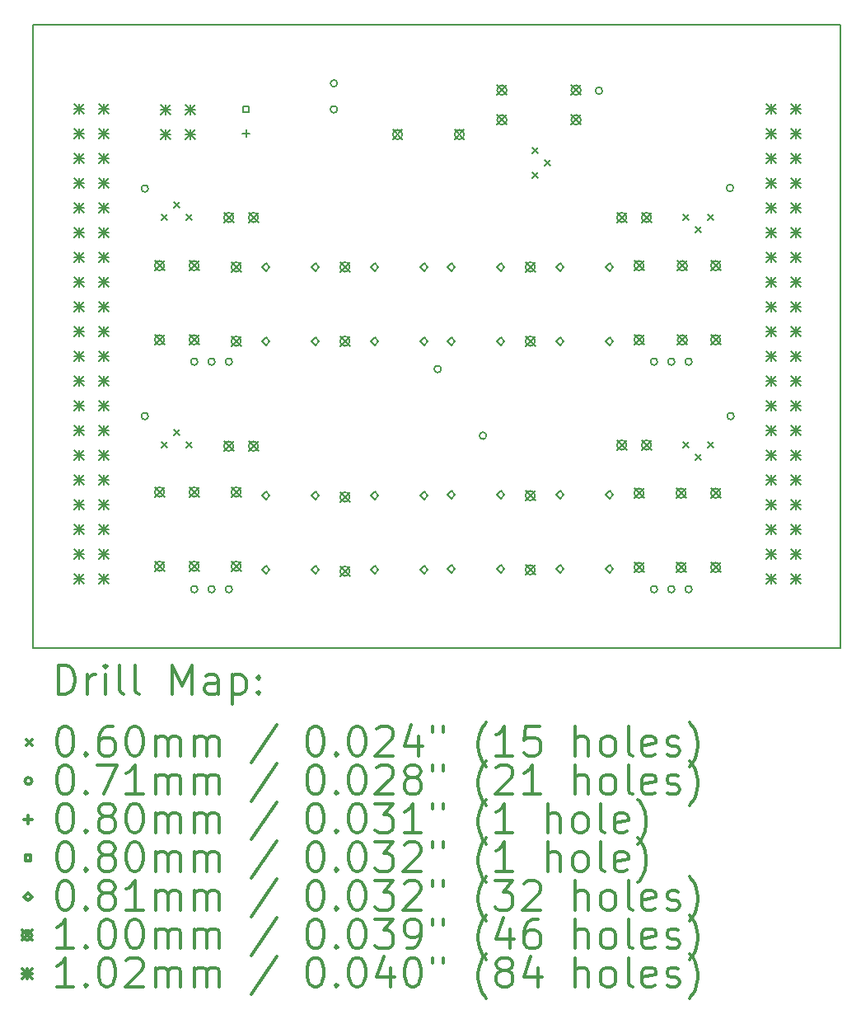
<source format=gbr>
%FSLAX45Y45*%
G04 Gerber Fmt 4.5, Leading zero omitted, Abs format (unit mm)*
G04 Created by KiCad (PCBNEW 4.0.2-4+6225~38~ubuntu14.04.1-stable) date mié 20 jul 2016 10:10:27 ART*
%MOMM*%
G01*
G04 APERTURE LIST*
%ADD10C,0.127000*%
%ADD11C,0.150000*%
%ADD12C,0.200000*%
%ADD13C,0.300000*%
G04 APERTURE END LIST*
D10*
D11*
X19631980Y-5288070D02*
X11331980Y-5288070D01*
X19631980Y-11688070D02*
X19631980Y-5288070D01*
X11331980Y-11688070D02*
X19631980Y-11688070D01*
X11331980Y-5288070D02*
X11331980Y-11688070D01*
D12*
X12657300Y-7234400D02*
X12717300Y-7294400D01*
X12717300Y-7234400D02*
X12657300Y-7294400D01*
X12657300Y-9571200D02*
X12717300Y-9631200D01*
X12717300Y-9571200D02*
X12657300Y-9631200D01*
X12784300Y-7107400D02*
X12844300Y-7167400D01*
X12844300Y-7107400D02*
X12784300Y-7167400D01*
X12784300Y-9444200D02*
X12844300Y-9504200D01*
X12844300Y-9444200D02*
X12784300Y-9504200D01*
X12911300Y-7234400D02*
X12971300Y-7294400D01*
X12971300Y-7234400D02*
X12911300Y-7294400D01*
X12911300Y-9571200D02*
X12971300Y-9631200D01*
X12971300Y-9571200D02*
X12911300Y-9631200D01*
X16467300Y-6548600D02*
X16527300Y-6608600D01*
X16527300Y-6548600D02*
X16467300Y-6608600D01*
X16467300Y-6802600D02*
X16527300Y-6862600D01*
X16527300Y-6802600D02*
X16467300Y-6862600D01*
X16594300Y-6675600D02*
X16654300Y-6735600D01*
X16654300Y-6675600D02*
X16594300Y-6735600D01*
X18016700Y-7234400D02*
X18076700Y-7294400D01*
X18076700Y-7234400D02*
X18016700Y-7294400D01*
X18016700Y-9571200D02*
X18076700Y-9631200D01*
X18076700Y-9571200D02*
X18016700Y-9631200D01*
X18143700Y-7361400D02*
X18203700Y-7421400D01*
X18203700Y-7361400D02*
X18143700Y-7421400D01*
X18143700Y-9698200D02*
X18203700Y-9758200D01*
X18203700Y-9698200D02*
X18143700Y-9758200D01*
X18270700Y-7234400D02*
X18330700Y-7294400D01*
X18330700Y-7234400D02*
X18270700Y-7294400D01*
X18270700Y-9571200D02*
X18330700Y-9631200D01*
X18330700Y-9571200D02*
X18270700Y-9631200D01*
X12520440Y-6967070D02*
G75*
G03X12520440Y-6967070I-35560J0D01*
G01*
X12520440Y-9303870D02*
G75*
G03X12520440Y-9303870I-35560J0D01*
G01*
X13028440Y-8745070D02*
G75*
G03X13028440Y-8745070I-35560J0D01*
G01*
X13028440Y-11081870D02*
G75*
G03X13028440Y-11081870I-35560J0D01*
G01*
X13206240Y-8745070D02*
G75*
G03X13206240Y-8745070I-35560J0D01*
G01*
X13206240Y-11081870D02*
G75*
G03X13206240Y-11081870I-35560J0D01*
G01*
X13384040Y-8745070D02*
G75*
G03X13384040Y-8745070I-35560J0D01*
G01*
X13384040Y-11081870D02*
G75*
G03X13384040Y-11081870I-35560J0D01*
G01*
X14463540Y-5887570D02*
G75*
G03X14463540Y-5887570I-35560J0D01*
G01*
X14463540Y-6154270D02*
G75*
G03X14463540Y-6154270I-35560J0D01*
G01*
X15530340Y-8821270D02*
G75*
G03X15530340Y-8821270I-35560J0D01*
G01*
X15995160Y-9505800D02*
G75*
G03X15995160Y-9505800I-35560J0D01*
G01*
X17187690Y-5963770D02*
G75*
G03X17187690Y-5963770I-35560J0D01*
G01*
X17752840Y-8745070D02*
G75*
G03X17752840Y-8745070I-35560J0D01*
G01*
X17752840Y-11081870D02*
G75*
G03X17752840Y-11081870I-35560J0D01*
G01*
X17930640Y-8745070D02*
G75*
G03X17930640Y-8745070I-35560J0D01*
G01*
X17930640Y-11081870D02*
G75*
G03X17930640Y-11081870I-35560J0D01*
G01*
X18108440Y-8745070D02*
G75*
G03X18108440Y-8745070I-35560J0D01*
G01*
X18108440Y-11081870D02*
G75*
G03X18108440Y-11081870I-35560J0D01*
G01*
X18533890Y-6960720D02*
G75*
G03X18533890Y-6960720I-35560J0D01*
G01*
X18540240Y-9303870D02*
G75*
G03X18540240Y-9303870I-35560J0D01*
G01*
X13525500Y-6360800D02*
X13525500Y-6440800D01*
X13485500Y-6400800D02*
X13565500Y-6400800D01*
X13553788Y-6179088D02*
X13553788Y-6122512D01*
X13497212Y-6122512D01*
X13497212Y-6179088D01*
X13553788Y-6179088D01*
X13728700Y-7813040D02*
X13769340Y-7772400D01*
X13728700Y-7731760D01*
X13688060Y-7772400D01*
X13728700Y-7813040D01*
X13728700Y-8575040D02*
X13769340Y-8534400D01*
X13728700Y-8493760D01*
X13688060Y-8534400D01*
X13728700Y-8575040D01*
X13728700Y-10162540D02*
X13769340Y-10121900D01*
X13728700Y-10081260D01*
X13688060Y-10121900D01*
X13728700Y-10162540D01*
X13728700Y-10924540D02*
X13769340Y-10883900D01*
X13728700Y-10843260D01*
X13688060Y-10883900D01*
X13728700Y-10924540D01*
X14236700Y-7813040D02*
X14277340Y-7772400D01*
X14236700Y-7731760D01*
X14196060Y-7772400D01*
X14236700Y-7813040D01*
X14236700Y-8575040D02*
X14277340Y-8534400D01*
X14236700Y-8493760D01*
X14196060Y-8534400D01*
X14236700Y-8575040D01*
X14236700Y-10162540D02*
X14277340Y-10121900D01*
X14236700Y-10081260D01*
X14196060Y-10121900D01*
X14236700Y-10162540D01*
X14236700Y-10924540D02*
X14277340Y-10883900D01*
X14236700Y-10843260D01*
X14196060Y-10883900D01*
X14236700Y-10924540D01*
X14846300Y-7813040D02*
X14886940Y-7772400D01*
X14846300Y-7731760D01*
X14805660Y-7772400D01*
X14846300Y-7813040D01*
X14846300Y-8575040D02*
X14886940Y-8534400D01*
X14846300Y-8493760D01*
X14805660Y-8534400D01*
X14846300Y-8575040D01*
X14846300Y-10162540D02*
X14886940Y-10121900D01*
X14846300Y-10081260D01*
X14805660Y-10121900D01*
X14846300Y-10162540D01*
X14846300Y-10924540D02*
X14886940Y-10883900D01*
X14846300Y-10843260D01*
X14805660Y-10883900D01*
X14846300Y-10924540D01*
X15354300Y-7813040D02*
X15394940Y-7772400D01*
X15354300Y-7731760D01*
X15313660Y-7772400D01*
X15354300Y-7813040D01*
X15354300Y-8575040D02*
X15394940Y-8534400D01*
X15354300Y-8493760D01*
X15313660Y-8534400D01*
X15354300Y-8575040D01*
X15354300Y-10162540D02*
X15394940Y-10121900D01*
X15354300Y-10081260D01*
X15313660Y-10121900D01*
X15354300Y-10162540D01*
X15354300Y-10924540D02*
X15394940Y-10883900D01*
X15354300Y-10843260D01*
X15313660Y-10883900D01*
X15354300Y-10924540D01*
X15633700Y-7813040D02*
X15674340Y-7772400D01*
X15633700Y-7731760D01*
X15593060Y-7772400D01*
X15633700Y-7813040D01*
X15633700Y-8575040D02*
X15674340Y-8534400D01*
X15633700Y-8493760D01*
X15593060Y-8534400D01*
X15633700Y-8575040D01*
X15633700Y-10149840D02*
X15674340Y-10109200D01*
X15633700Y-10068560D01*
X15593060Y-10109200D01*
X15633700Y-10149840D01*
X15633700Y-10911840D02*
X15674340Y-10871200D01*
X15633700Y-10830560D01*
X15593060Y-10871200D01*
X15633700Y-10911840D01*
X16141700Y-7813040D02*
X16182340Y-7772400D01*
X16141700Y-7731760D01*
X16101060Y-7772400D01*
X16141700Y-7813040D01*
X16141700Y-8575040D02*
X16182340Y-8534400D01*
X16141700Y-8493760D01*
X16101060Y-8534400D01*
X16141700Y-8575040D01*
X16141700Y-10149840D02*
X16182340Y-10109200D01*
X16141700Y-10068560D01*
X16101060Y-10109200D01*
X16141700Y-10149840D01*
X16141700Y-10911840D02*
X16182340Y-10871200D01*
X16141700Y-10830560D01*
X16101060Y-10871200D01*
X16141700Y-10911840D01*
X16751300Y-7813040D02*
X16791940Y-7772400D01*
X16751300Y-7731760D01*
X16710660Y-7772400D01*
X16751300Y-7813040D01*
X16751300Y-8575040D02*
X16791940Y-8534400D01*
X16751300Y-8493760D01*
X16710660Y-8534400D01*
X16751300Y-8575040D01*
X16751300Y-10149840D02*
X16791940Y-10109200D01*
X16751300Y-10068560D01*
X16710660Y-10109200D01*
X16751300Y-10149840D01*
X16751300Y-10911840D02*
X16791940Y-10871200D01*
X16751300Y-10830560D01*
X16710660Y-10871200D01*
X16751300Y-10911840D01*
X17259300Y-7813040D02*
X17299940Y-7772400D01*
X17259300Y-7731760D01*
X17218660Y-7772400D01*
X17259300Y-7813040D01*
X17259300Y-8575040D02*
X17299940Y-8534400D01*
X17259300Y-8493760D01*
X17218660Y-8534400D01*
X17259300Y-8575040D01*
X17259300Y-10149840D02*
X17299940Y-10109200D01*
X17259300Y-10068560D01*
X17218660Y-10109200D01*
X17259300Y-10149840D01*
X17259300Y-10911840D02*
X17299940Y-10871200D01*
X17259300Y-10830560D01*
X17218660Y-10871200D01*
X17259300Y-10911840D01*
X12586462Y-7709662D02*
X12686538Y-7809738D01*
X12686538Y-7709662D02*
X12586462Y-7809738D01*
X12686538Y-7759700D02*
G75*
G03X12686538Y-7759700I-50038J0D01*
G01*
X12586462Y-8471662D02*
X12686538Y-8571738D01*
X12686538Y-8471662D02*
X12586462Y-8571738D01*
X12686538Y-8521700D02*
G75*
G03X12686538Y-8521700I-50038J0D01*
G01*
X12586462Y-10033762D02*
X12686538Y-10133838D01*
X12686538Y-10033762D02*
X12586462Y-10133838D01*
X12686538Y-10083800D02*
G75*
G03X12686538Y-10083800I-50038J0D01*
G01*
X12586462Y-10795762D02*
X12686538Y-10895838D01*
X12686538Y-10795762D02*
X12586462Y-10895838D01*
X12686538Y-10845800D02*
G75*
G03X12686538Y-10845800I-50038J0D01*
G01*
X12942062Y-7709662D02*
X13042138Y-7809738D01*
X13042138Y-7709662D02*
X12942062Y-7809738D01*
X13042138Y-7759700D02*
G75*
G03X13042138Y-7759700I-50038J0D01*
G01*
X12942062Y-8471662D02*
X13042138Y-8571738D01*
X13042138Y-8471662D02*
X12942062Y-8571738D01*
X13042138Y-8521700D02*
G75*
G03X13042138Y-8521700I-50038J0D01*
G01*
X12942062Y-10033762D02*
X13042138Y-10133838D01*
X13042138Y-10033762D02*
X12942062Y-10133838D01*
X13042138Y-10083800D02*
G75*
G03X13042138Y-10083800I-50038J0D01*
G01*
X12942062Y-10795762D02*
X13042138Y-10895838D01*
X13042138Y-10795762D02*
X12942062Y-10895838D01*
X13042138Y-10845800D02*
G75*
G03X13042138Y-10845800I-50038J0D01*
G01*
X13297662Y-7214362D02*
X13397738Y-7314438D01*
X13397738Y-7214362D02*
X13297662Y-7314438D01*
X13397738Y-7264400D02*
G75*
G03X13397738Y-7264400I-50038J0D01*
G01*
X13297662Y-9563862D02*
X13397738Y-9663938D01*
X13397738Y-9563862D02*
X13297662Y-9663938D01*
X13397738Y-9613900D02*
G75*
G03X13397738Y-9613900I-50038J0D01*
G01*
X13373862Y-7722362D02*
X13473938Y-7822438D01*
X13473938Y-7722362D02*
X13373862Y-7822438D01*
X13473938Y-7772400D02*
G75*
G03X13473938Y-7772400I-50038J0D01*
G01*
X13373862Y-8484362D02*
X13473938Y-8584438D01*
X13473938Y-8484362D02*
X13373862Y-8584438D01*
X13473938Y-8534400D02*
G75*
G03X13473938Y-8534400I-50038J0D01*
G01*
X13373862Y-10033762D02*
X13473938Y-10133838D01*
X13473938Y-10033762D02*
X13373862Y-10133838D01*
X13473938Y-10083800D02*
G75*
G03X13473938Y-10083800I-50038J0D01*
G01*
X13373862Y-10795762D02*
X13473938Y-10895838D01*
X13473938Y-10795762D02*
X13373862Y-10895838D01*
X13473938Y-10845800D02*
G75*
G03X13473938Y-10845800I-50038J0D01*
G01*
X13551662Y-7214362D02*
X13651738Y-7314438D01*
X13651738Y-7214362D02*
X13551662Y-7314438D01*
X13651738Y-7264400D02*
G75*
G03X13651738Y-7264400I-50038J0D01*
G01*
X13551662Y-9563862D02*
X13651738Y-9663938D01*
X13651738Y-9563862D02*
X13551662Y-9663938D01*
X13651738Y-9613900D02*
G75*
G03X13651738Y-9613900I-50038J0D01*
G01*
X14491462Y-7722362D02*
X14591538Y-7822438D01*
X14591538Y-7722362D02*
X14491462Y-7822438D01*
X14591538Y-7772400D02*
G75*
G03X14591538Y-7772400I-50038J0D01*
G01*
X14491462Y-8484362D02*
X14591538Y-8584438D01*
X14591538Y-8484362D02*
X14491462Y-8584438D01*
X14591538Y-8534400D02*
G75*
G03X14591538Y-8534400I-50038J0D01*
G01*
X14491462Y-10084562D02*
X14591538Y-10184638D01*
X14591538Y-10084562D02*
X14491462Y-10184638D01*
X14591538Y-10134600D02*
G75*
G03X14591538Y-10134600I-50038J0D01*
G01*
X14491462Y-10846562D02*
X14591538Y-10946638D01*
X14591538Y-10846562D02*
X14491462Y-10946638D01*
X14591538Y-10896600D02*
G75*
G03X14591538Y-10896600I-50038J0D01*
G01*
X15032859Y-6362405D02*
X15132935Y-6462481D01*
X15132935Y-6362405D02*
X15032859Y-6462481D01*
X15132935Y-6412443D02*
G75*
G03X15132935Y-6412443I-50038J0D01*
G01*
X15667859Y-6362405D02*
X15767935Y-6462481D01*
X15767935Y-6362405D02*
X15667859Y-6462481D01*
X15767935Y-6412443D02*
G75*
G03X15767935Y-6412443I-50038J0D01*
G01*
X16104362Y-5906262D02*
X16204438Y-6006338D01*
X16204438Y-5906262D02*
X16104362Y-6006338D01*
X16204438Y-5956300D02*
G75*
G03X16204438Y-5956300I-50038J0D01*
G01*
X16104362Y-6211062D02*
X16204438Y-6311138D01*
X16204438Y-6211062D02*
X16104362Y-6311138D01*
X16204438Y-6261100D02*
G75*
G03X16204438Y-6261100I-50038J0D01*
G01*
X16396462Y-7722362D02*
X16496538Y-7822438D01*
X16496538Y-7722362D02*
X16396462Y-7822438D01*
X16496538Y-7772400D02*
G75*
G03X16496538Y-7772400I-50038J0D01*
G01*
X16396462Y-8484362D02*
X16496538Y-8584438D01*
X16496538Y-8484362D02*
X16396462Y-8584438D01*
X16496538Y-8534400D02*
G75*
G03X16496538Y-8534400I-50038J0D01*
G01*
X16396462Y-10071862D02*
X16496538Y-10171938D01*
X16496538Y-10071862D02*
X16396462Y-10171938D01*
X16496538Y-10121900D02*
G75*
G03X16496538Y-10121900I-50038J0D01*
G01*
X16396462Y-10833862D02*
X16496538Y-10933938D01*
X16496538Y-10833862D02*
X16396462Y-10933938D01*
X16496538Y-10883900D02*
G75*
G03X16496538Y-10883900I-50038J0D01*
G01*
X16866362Y-5906262D02*
X16966438Y-6006338D01*
X16966438Y-5906262D02*
X16866362Y-6006338D01*
X16966438Y-5956300D02*
G75*
G03X16966438Y-5956300I-50038J0D01*
G01*
X16866362Y-6211062D02*
X16966438Y-6311138D01*
X16966438Y-6211062D02*
X16866362Y-6311138D01*
X16966438Y-6261100D02*
G75*
G03X16966438Y-6261100I-50038J0D01*
G01*
X17336262Y-7214362D02*
X17436338Y-7314438D01*
X17436338Y-7214362D02*
X17336262Y-7314438D01*
X17436338Y-7264400D02*
G75*
G03X17436338Y-7264400I-50038J0D01*
G01*
X17336262Y-9551162D02*
X17436338Y-9651238D01*
X17436338Y-9551162D02*
X17336262Y-9651238D01*
X17436338Y-9601200D02*
G75*
G03X17436338Y-9601200I-50038J0D01*
G01*
X17514062Y-7709662D02*
X17614138Y-7809738D01*
X17614138Y-7709662D02*
X17514062Y-7809738D01*
X17614138Y-7759700D02*
G75*
G03X17614138Y-7759700I-50038J0D01*
G01*
X17514062Y-8471662D02*
X17614138Y-8571738D01*
X17614138Y-8471662D02*
X17514062Y-8571738D01*
X17614138Y-8521700D02*
G75*
G03X17614138Y-8521700I-50038J0D01*
G01*
X17514062Y-10046462D02*
X17614138Y-10146538D01*
X17614138Y-10046462D02*
X17514062Y-10146538D01*
X17614138Y-10096500D02*
G75*
G03X17614138Y-10096500I-50038J0D01*
G01*
X17514062Y-10808462D02*
X17614138Y-10908538D01*
X17614138Y-10808462D02*
X17514062Y-10908538D01*
X17614138Y-10858500D02*
G75*
G03X17614138Y-10858500I-50038J0D01*
G01*
X17590262Y-7214362D02*
X17690338Y-7314438D01*
X17690338Y-7214362D02*
X17590262Y-7314438D01*
X17690338Y-7264400D02*
G75*
G03X17690338Y-7264400I-50038J0D01*
G01*
X17590262Y-9551162D02*
X17690338Y-9651238D01*
X17690338Y-9551162D02*
X17590262Y-9651238D01*
X17690338Y-9601200D02*
G75*
G03X17690338Y-9601200I-50038J0D01*
G01*
X17945862Y-10046462D02*
X18045938Y-10146538D01*
X18045938Y-10046462D02*
X17945862Y-10146538D01*
X18045938Y-10096500D02*
G75*
G03X18045938Y-10096500I-50038J0D01*
G01*
X17945862Y-10808462D02*
X18045938Y-10908538D01*
X18045938Y-10808462D02*
X17945862Y-10908538D01*
X18045938Y-10858500D02*
G75*
G03X18045938Y-10858500I-50038J0D01*
G01*
X17958562Y-7709662D02*
X18058638Y-7809738D01*
X18058638Y-7709662D02*
X17958562Y-7809738D01*
X18058638Y-7759700D02*
G75*
G03X18058638Y-7759700I-50038J0D01*
G01*
X17958562Y-8471662D02*
X18058638Y-8571738D01*
X18058638Y-8471662D02*
X17958562Y-8571738D01*
X18058638Y-8521700D02*
G75*
G03X18058638Y-8521700I-50038J0D01*
G01*
X18301462Y-7709662D02*
X18401538Y-7809738D01*
X18401538Y-7709662D02*
X18301462Y-7809738D01*
X18401538Y-7759700D02*
G75*
G03X18401538Y-7759700I-50038J0D01*
G01*
X18301462Y-8471662D02*
X18401538Y-8571738D01*
X18401538Y-8471662D02*
X18301462Y-8571738D01*
X18401538Y-8521700D02*
G75*
G03X18401538Y-8521700I-50038J0D01*
G01*
X18301462Y-10046462D02*
X18401538Y-10146538D01*
X18401538Y-10046462D02*
X18301462Y-10146538D01*
X18401538Y-10096500D02*
G75*
G03X18401538Y-10096500I-50038J0D01*
G01*
X18301462Y-10808462D02*
X18401538Y-10908538D01*
X18401538Y-10808462D02*
X18301462Y-10908538D01*
X18401538Y-10858500D02*
G75*
G03X18401538Y-10858500I-50038J0D01*
G01*
X11760200Y-6096000D02*
X11861800Y-6197600D01*
X11861800Y-6096000D02*
X11760200Y-6197600D01*
X11811000Y-6096000D02*
X11811000Y-6197600D01*
X11760200Y-6146800D02*
X11861800Y-6146800D01*
X11760200Y-6350000D02*
X11861800Y-6451600D01*
X11861800Y-6350000D02*
X11760200Y-6451600D01*
X11811000Y-6350000D02*
X11811000Y-6451600D01*
X11760200Y-6400800D02*
X11861800Y-6400800D01*
X11760200Y-6604000D02*
X11861800Y-6705600D01*
X11861800Y-6604000D02*
X11760200Y-6705600D01*
X11811000Y-6604000D02*
X11811000Y-6705600D01*
X11760200Y-6654800D02*
X11861800Y-6654800D01*
X11760200Y-6858000D02*
X11861800Y-6959600D01*
X11861800Y-6858000D02*
X11760200Y-6959600D01*
X11811000Y-6858000D02*
X11811000Y-6959600D01*
X11760200Y-6908800D02*
X11861800Y-6908800D01*
X11760200Y-7112000D02*
X11861800Y-7213600D01*
X11861800Y-7112000D02*
X11760200Y-7213600D01*
X11811000Y-7112000D02*
X11811000Y-7213600D01*
X11760200Y-7162800D02*
X11861800Y-7162800D01*
X11760200Y-7366000D02*
X11861800Y-7467600D01*
X11861800Y-7366000D02*
X11760200Y-7467600D01*
X11811000Y-7366000D02*
X11811000Y-7467600D01*
X11760200Y-7416800D02*
X11861800Y-7416800D01*
X11760200Y-7620000D02*
X11861800Y-7721600D01*
X11861800Y-7620000D02*
X11760200Y-7721600D01*
X11811000Y-7620000D02*
X11811000Y-7721600D01*
X11760200Y-7670800D02*
X11861800Y-7670800D01*
X11760200Y-7874000D02*
X11861800Y-7975600D01*
X11861800Y-7874000D02*
X11760200Y-7975600D01*
X11811000Y-7874000D02*
X11811000Y-7975600D01*
X11760200Y-7924800D02*
X11861800Y-7924800D01*
X11760200Y-8128000D02*
X11861800Y-8229600D01*
X11861800Y-8128000D02*
X11760200Y-8229600D01*
X11811000Y-8128000D02*
X11811000Y-8229600D01*
X11760200Y-8178800D02*
X11861800Y-8178800D01*
X11760200Y-8382000D02*
X11861800Y-8483600D01*
X11861800Y-8382000D02*
X11760200Y-8483600D01*
X11811000Y-8382000D02*
X11811000Y-8483600D01*
X11760200Y-8432800D02*
X11861800Y-8432800D01*
X11760200Y-8636000D02*
X11861800Y-8737600D01*
X11861800Y-8636000D02*
X11760200Y-8737600D01*
X11811000Y-8636000D02*
X11811000Y-8737600D01*
X11760200Y-8686800D02*
X11861800Y-8686800D01*
X11760200Y-8890000D02*
X11861800Y-8991600D01*
X11861800Y-8890000D02*
X11760200Y-8991600D01*
X11811000Y-8890000D02*
X11811000Y-8991600D01*
X11760200Y-8940800D02*
X11861800Y-8940800D01*
X11760200Y-9144000D02*
X11861800Y-9245600D01*
X11861800Y-9144000D02*
X11760200Y-9245600D01*
X11811000Y-9144000D02*
X11811000Y-9245600D01*
X11760200Y-9194800D02*
X11861800Y-9194800D01*
X11760200Y-9398000D02*
X11861800Y-9499600D01*
X11861800Y-9398000D02*
X11760200Y-9499600D01*
X11811000Y-9398000D02*
X11811000Y-9499600D01*
X11760200Y-9448800D02*
X11861800Y-9448800D01*
X11760200Y-9652000D02*
X11861800Y-9753600D01*
X11861800Y-9652000D02*
X11760200Y-9753600D01*
X11811000Y-9652000D02*
X11811000Y-9753600D01*
X11760200Y-9702800D02*
X11861800Y-9702800D01*
X11760200Y-9906000D02*
X11861800Y-10007600D01*
X11861800Y-9906000D02*
X11760200Y-10007600D01*
X11811000Y-9906000D02*
X11811000Y-10007600D01*
X11760200Y-9956800D02*
X11861800Y-9956800D01*
X11760200Y-10160000D02*
X11861800Y-10261600D01*
X11861800Y-10160000D02*
X11760200Y-10261600D01*
X11811000Y-10160000D02*
X11811000Y-10261600D01*
X11760200Y-10210800D02*
X11861800Y-10210800D01*
X11760200Y-10414000D02*
X11861800Y-10515600D01*
X11861800Y-10414000D02*
X11760200Y-10515600D01*
X11811000Y-10414000D02*
X11811000Y-10515600D01*
X11760200Y-10464800D02*
X11861800Y-10464800D01*
X11760200Y-10668000D02*
X11861800Y-10769600D01*
X11861800Y-10668000D02*
X11760200Y-10769600D01*
X11811000Y-10668000D02*
X11811000Y-10769600D01*
X11760200Y-10718800D02*
X11861800Y-10718800D01*
X11760200Y-10922000D02*
X11861800Y-11023600D01*
X11861800Y-10922000D02*
X11760200Y-11023600D01*
X11811000Y-10922000D02*
X11811000Y-11023600D01*
X11760200Y-10972800D02*
X11861800Y-10972800D01*
X12014200Y-6096000D02*
X12115800Y-6197600D01*
X12115800Y-6096000D02*
X12014200Y-6197600D01*
X12065000Y-6096000D02*
X12065000Y-6197600D01*
X12014200Y-6146800D02*
X12115800Y-6146800D01*
X12014200Y-6350000D02*
X12115800Y-6451600D01*
X12115800Y-6350000D02*
X12014200Y-6451600D01*
X12065000Y-6350000D02*
X12065000Y-6451600D01*
X12014200Y-6400800D02*
X12115800Y-6400800D01*
X12014200Y-6604000D02*
X12115800Y-6705600D01*
X12115800Y-6604000D02*
X12014200Y-6705600D01*
X12065000Y-6604000D02*
X12065000Y-6705600D01*
X12014200Y-6654800D02*
X12115800Y-6654800D01*
X12014200Y-6858000D02*
X12115800Y-6959600D01*
X12115800Y-6858000D02*
X12014200Y-6959600D01*
X12065000Y-6858000D02*
X12065000Y-6959600D01*
X12014200Y-6908800D02*
X12115800Y-6908800D01*
X12014200Y-7112000D02*
X12115800Y-7213600D01*
X12115800Y-7112000D02*
X12014200Y-7213600D01*
X12065000Y-7112000D02*
X12065000Y-7213600D01*
X12014200Y-7162800D02*
X12115800Y-7162800D01*
X12014200Y-7366000D02*
X12115800Y-7467600D01*
X12115800Y-7366000D02*
X12014200Y-7467600D01*
X12065000Y-7366000D02*
X12065000Y-7467600D01*
X12014200Y-7416800D02*
X12115800Y-7416800D01*
X12014200Y-7620000D02*
X12115800Y-7721600D01*
X12115800Y-7620000D02*
X12014200Y-7721600D01*
X12065000Y-7620000D02*
X12065000Y-7721600D01*
X12014200Y-7670800D02*
X12115800Y-7670800D01*
X12014200Y-7874000D02*
X12115800Y-7975600D01*
X12115800Y-7874000D02*
X12014200Y-7975600D01*
X12065000Y-7874000D02*
X12065000Y-7975600D01*
X12014200Y-7924800D02*
X12115800Y-7924800D01*
X12014200Y-8128000D02*
X12115800Y-8229600D01*
X12115800Y-8128000D02*
X12014200Y-8229600D01*
X12065000Y-8128000D02*
X12065000Y-8229600D01*
X12014200Y-8178800D02*
X12115800Y-8178800D01*
X12014200Y-8382000D02*
X12115800Y-8483600D01*
X12115800Y-8382000D02*
X12014200Y-8483600D01*
X12065000Y-8382000D02*
X12065000Y-8483600D01*
X12014200Y-8432800D02*
X12115800Y-8432800D01*
X12014200Y-8636000D02*
X12115800Y-8737600D01*
X12115800Y-8636000D02*
X12014200Y-8737600D01*
X12065000Y-8636000D02*
X12065000Y-8737600D01*
X12014200Y-8686800D02*
X12115800Y-8686800D01*
X12014200Y-8890000D02*
X12115800Y-8991600D01*
X12115800Y-8890000D02*
X12014200Y-8991600D01*
X12065000Y-8890000D02*
X12065000Y-8991600D01*
X12014200Y-8940800D02*
X12115800Y-8940800D01*
X12014200Y-9144000D02*
X12115800Y-9245600D01*
X12115800Y-9144000D02*
X12014200Y-9245600D01*
X12065000Y-9144000D02*
X12065000Y-9245600D01*
X12014200Y-9194800D02*
X12115800Y-9194800D01*
X12014200Y-9398000D02*
X12115800Y-9499600D01*
X12115800Y-9398000D02*
X12014200Y-9499600D01*
X12065000Y-9398000D02*
X12065000Y-9499600D01*
X12014200Y-9448800D02*
X12115800Y-9448800D01*
X12014200Y-9652000D02*
X12115800Y-9753600D01*
X12115800Y-9652000D02*
X12014200Y-9753600D01*
X12065000Y-9652000D02*
X12065000Y-9753600D01*
X12014200Y-9702800D02*
X12115800Y-9702800D01*
X12014200Y-9906000D02*
X12115800Y-10007600D01*
X12115800Y-9906000D02*
X12014200Y-10007600D01*
X12065000Y-9906000D02*
X12065000Y-10007600D01*
X12014200Y-9956800D02*
X12115800Y-9956800D01*
X12014200Y-10160000D02*
X12115800Y-10261600D01*
X12115800Y-10160000D02*
X12014200Y-10261600D01*
X12065000Y-10160000D02*
X12065000Y-10261600D01*
X12014200Y-10210800D02*
X12115800Y-10210800D01*
X12014200Y-10414000D02*
X12115800Y-10515600D01*
X12115800Y-10414000D02*
X12014200Y-10515600D01*
X12065000Y-10414000D02*
X12065000Y-10515600D01*
X12014200Y-10464800D02*
X12115800Y-10464800D01*
X12014200Y-10668000D02*
X12115800Y-10769600D01*
X12115800Y-10668000D02*
X12014200Y-10769600D01*
X12065000Y-10668000D02*
X12065000Y-10769600D01*
X12014200Y-10718800D02*
X12115800Y-10718800D01*
X12014200Y-10922000D02*
X12115800Y-11023600D01*
X12115800Y-10922000D02*
X12014200Y-11023600D01*
X12065000Y-10922000D02*
X12065000Y-11023600D01*
X12014200Y-10972800D02*
X12115800Y-10972800D01*
X12649980Y-6103470D02*
X12751580Y-6205070D01*
X12751580Y-6103470D02*
X12649980Y-6205070D01*
X12700780Y-6103470D02*
X12700780Y-6205070D01*
X12649980Y-6154270D02*
X12751580Y-6154270D01*
X12649980Y-6357470D02*
X12751580Y-6459070D01*
X12751580Y-6357470D02*
X12649980Y-6459070D01*
X12700780Y-6357470D02*
X12700780Y-6459070D01*
X12649980Y-6408270D02*
X12751580Y-6408270D01*
X12903980Y-6103470D02*
X13005580Y-6205070D01*
X13005580Y-6103470D02*
X12903980Y-6205070D01*
X12954780Y-6103470D02*
X12954780Y-6205070D01*
X12903980Y-6154270D02*
X13005580Y-6154270D01*
X12903980Y-6357470D02*
X13005580Y-6459070D01*
X13005580Y-6357470D02*
X12903980Y-6459070D01*
X12954780Y-6357470D02*
X12954780Y-6459070D01*
X12903980Y-6408270D02*
X13005580Y-6408270D01*
X18872200Y-6096000D02*
X18973800Y-6197600D01*
X18973800Y-6096000D02*
X18872200Y-6197600D01*
X18923000Y-6096000D02*
X18923000Y-6197600D01*
X18872200Y-6146800D02*
X18973800Y-6146800D01*
X18872200Y-6350000D02*
X18973800Y-6451600D01*
X18973800Y-6350000D02*
X18872200Y-6451600D01*
X18923000Y-6350000D02*
X18923000Y-6451600D01*
X18872200Y-6400800D02*
X18973800Y-6400800D01*
X18872200Y-6604000D02*
X18973800Y-6705600D01*
X18973800Y-6604000D02*
X18872200Y-6705600D01*
X18923000Y-6604000D02*
X18923000Y-6705600D01*
X18872200Y-6654800D02*
X18973800Y-6654800D01*
X18872200Y-6858000D02*
X18973800Y-6959600D01*
X18973800Y-6858000D02*
X18872200Y-6959600D01*
X18923000Y-6858000D02*
X18923000Y-6959600D01*
X18872200Y-6908800D02*
X18973800Y-6908800D01*
X18872200Y-7112000D02*
X18973800Y-7213600D01*
X18973800Y-7112000D02*
X18872200Y-7213600D01*
X18923000Y-7112000D02*
X18923000Y-7213600D01*
X18872200Y-7162800D02*
X18973800Y-7162800D01*
X18872200Y-7366000D02*
X18973800Y-7467600D01*
X18973800Y-7366000D02*
X18872200Y-7467600D01*
X18923000Y-7366000D02*
X18923000Y-7467600D01*
X18872200Y-7416800D02*
X18973800Y-7416800D01*
X18872200Y-7620000D02*
X18973800Y-7721600D01*
X18973800Y-7620000D02*
X18872200Y-7721600D01*
X18923000Y-7620000D02*
X18923000Y-7721600D01*
X18872200Y-7670800D02*
X18973800Y-7670800D01*
X18872200Y-7874000D02*
X18973800Y-7975600D01*
X18973800Y-7874000D02*
X18872200Y-7975600D01*
X18923000Y-7874000D02*
X18923000Y-7975600D01*
X18872200Y-7924800D02*
X18973800Y-7924800D01*
X18872200Y-8128000D02*
X18973800Y-8229600D01*
X18973800Y-8128000D02*
X18872200Y-8229600D01*
X18923000Y-8128000D02*
X18923000Y-8229600D01*
X18872200Y-8178800D02*
X18973800Y-8178800D01*
X18872200Y-8382000D02*
X18973800Y-8483600D01*
X18973800Y-8382000D02*
X18872200Y-8483600D01*
X18923000Y-8382000D02*
X18923000Y-8483600D01*
X18872200Y-8432800D02*
X18973800Y-8432800D01*
X18872200Y-8636000D02*
X18973800Y-8737600D01*
X18973800Y-8636000D02*
X18872200Y-8737600D01*
X18923000Y-8636000D02*
X18923000Y-8737600D01*
X18872200Y-8686800D02*
X18973800Y-8686800D01*
X18872200Y-8890000D02*
X18973800Y-8991600D01*
X18973800Y-8890000D02*
X18872200Y-8991600D01*
X18923000Y-8890000D02*
X18923000Y-8991600D01*
X18872200Y-8940800D02*
X18973800Y-8940800D01*
X18872200Y-9144000D02*
X18973800Y-9245600D01*
X18973800Y-9144000D02*
X18872200Y-9245600D01*
X18923000Y-9144000D02*
X18923000Y-9245600D01*
X18872200Y-9194800D02*
X18973800Y-9194800D01*
X18872200Y-9398000D02*
X18973800Y-9499600D01*
X18973800Y-9398000D02*
X18872200Y-9499600D01*
X18923000Y-9398000D02*
X18923000Y-9499600D01*
X18872200Y-9448800D02*
X18973800Y-9448800D01*
X18872200Y-9652000D02*
X18973800Y-9753600D01*
X18973800Y-9652000D02*
X18872200Y-9753600D01*
X18923000Y-9652000D02*
X18923000Y-9753600D01*
X18872200Y-9702800D02*
X18973800Y-9702800D01*
X18872200Y-9906000D02*
X18973800Y-10007600D01*
X18973800Y-9906000D02*
X18872200Y-10007600D01*
X18923000Y-9906000D02*
X18923000Y-10007600D01*
X18872200Y-9956800D02*
X18973800Y-9956800D01*
X18872200Y-10160000D02*
X18973800Y-10261600D01*
X18973800Y-10160000D02*
X18872200Y-10261600D01*
X18923000Y-10160000D02*
X18923000Y-10261600D01*
X18872200Y-10210800D02*
X18973800Y-10210800D01*
X18872200Y-10414000D02*
X18973800Y-10515600D01*
X18973800Y-10414000D02*
X18872200Y-10515600D01*
X18923000Y-10414000D02*
X18923000Y-10515600D01*
X18872200Y-10464800D02*
X18973800Y-10464800D01*
X18872200Y-10668000D02*
X18973800Y-10769600D01*
X18973800Y-10668000D02*
X18872200Y-10769600D01*
X18923000Y-10668000D02*
X18923000Y-10769600D01*
X18872200Y-10718800D02*
X18973800Y-10718800D01*
X18872200Y-10922000D02*
X18973800Y-11023600D01*
X18973800Y-10922000D02*
X18872200Y-11023600D01*
X18923000Y-10922000D02*
X18923000Y-11023600D01*
X18872200Y-10972800D02*
X18973800Y-10972800D01*
X19126200Y-6096000D02*
X19227800Y-6197600D01*
X19227800Y-6096000D02*
X19126200Y-6197600D01*
X19177000Y-6096000D02*
X19177000Y-6197600D01*
X19126200Y-6146800D02*
X19227800Y-6146800D01*
X19126200Y-6350000D02*
X19227800Y-6451600D01*
X19227800Y-6350000D02*
X19126200Y-6451600D01*
X19177000Y-6350000D02*
X19177000Y-6451600D01*
X19126200Y-6400800D02*
X19227800Y-6400800D01*
X19126200Y-6604000D02*
X19227800Y-6705600D01*
X19227800Y-6604000D02*
X19126200Y-6705600D01*
X19177000Y-6604000D02*
X19177000Y-6705600D01*
X19126200Y-6654800D02*
X19227800Y-6654800D01*
X19126200Y-6858000D02*
X19227800Y-6959600D01*
X19227800Y-6858000D02*
X19126200Y-6959600D01*
X19177000Y-6858000D02*
X19177000Y-6959600D01*
X19126200Y-6908800D02*
X19227800Y-6908800D01*
X19126200Y-7112000D02*
X19227800Y-7213600D01*
X19227800Y-7112000D02*
X19126200Y-7213600D01*
X19177000Y-7112000D02*
X19177000Y-7213600D01*
X19126200Y-7162800D02*
X19227800Y-7162800D01*
X19126200Y-7366000D02*
X19227800Y-7467600D01*
X19227800Y-7366000D02*
X19126200Y-7467600D01*
X19177000Y-7366000D02*
X19177000Y-7467600D01*
X19126200Y-7416800D02*
X19227800Y-7416800D01*
X19126200Y-7620000D02*
X19227800Y-7721600D01*
X19227800Y-7620000D02*
X19126200Y-7721600D01*
X19177000Y-7620000D02*
X19177000Y-7721600D01*
X19126200Y-7670800D02*
X19227800Y-7670800D01*
X19126200Y-7874000D02*
X19227800Y-7975600D01*
X19227800Y-7874000D02*
X19126200Y-7975600D01*
X19177000Y-7874000D02*
X19177000Y-7975600D01*
X19126200Y-7924800D02*
X19227800Y-7924800D01*
X19126200Y-8128000D02*
X19227800Y-8229600D01*
X19227800Y-8128000D02*
X19126200Y-8229600D01*
X19177000Y-8128000D02*
X19177000Y-8229600D01*
X19126200Y-8178800D02*
X19227800Y-8178800D01*
X19126200Y-8382000D02*
X19227800Y-8483600D01*
X19227800Y-8382000D02*
X19126200Y-8483600D01*
X19177000Y-8382000D02*
X19177000Y-8483600D01*
X19126200Y-8432800D02*
X19227800Y-8432800D01*
X19126200Y-8636000D02*
X19227800Y-8737600D01*
X19227800Y-8636000D02*
X19126200Y-8737600D01*
X19177000Y-8636000D02*
X19177000Y-8737600D01*
X19126200Y-8686800D02*
X19227800Y-8686800D01*
X19126200Y-8890000D02*
X19227800Y-8991600D01*
X19227800Y-8890000D02*
X19126200Y-8991600D01*
X19177000Y-8890000D02*
X19177000Y-8991600D01*
X19126200Y-8940800D02*
X19227800Y-8940800D01*
X19126200Y-9144000D02*
X19227800Y-9245600D01*
X19227800Y-9144000D02*
X19126200Y-9245600D01*
X19177000Y-9144000D02*
X19177000Y-9245600D01*
X19126200Y-9194800D02*
X19227800Y-9194800D01*
X19126200Y-9398000D02*
X19227800Y-9499600D01*
X19227800Y-9398000D02*
X19126200Y-9499600D01*
X19177000Y-9398000D02*
X19177000Y-9499600D01*
X19126200Y-9448800D02*
X19227800Y-9448800D01*
X19126200Y-9652000D02*
X19227800Y-9753600D01*
X19227800Y-9652000D02*
X19126200Y-9753600D01*
X19177000Y-9652000D02*
X19177000Y-9753600D01*
X19126200Y-9702800D02*
X19227800Y-9702800D01*
X19126200Y-9906000D02*
X19227800Y-10007600D01*
X19227800Y-9906000D02*
X19126200Y-10007600D01*
X19177000Y-9906000D02*
X19177000Y-10007600D01*
X19126200Y-9956800D02*
X19227800Y-9956800D01*
X19126200Y-10160000D02*
X19227800Y-10261600D01*
X19227800Y-10160000D02*
X19126200Y-10261600D01*
X19177000Y-10160000D02*
X19177000Y-10261600D01*
X19126200Y-10210800D02*
X19227800Y-10210800D01*
X19126200Y-10414000D02*
X19227800Y-10515600D01*
X19227800Y-10414000D02*
X19126200Y-10515600D01*
X19177000Y-10414000D02*
X19177000Y-10515600D01*
X19126200Y-10464800D02*
X19227800Y-10464800D01*
X19126200Y-10668000D02*
X19227800Y-10769600D01*
X19227800Y-10668000D02*
X19126200Y-10769600D01*
X19177000Y-10668000D02*
X19177000Y-10769600D01*
X19126200Y-10718800D02*
X19227800Y-10718800D01*
X19126200Y-10922000D02*
X19227800Y-11023600D01*
X19227800Y-10922000D02*
X19126200Y-11023600D01*
X19177000Y-10922000D02*
X19177000Y-11023600D01*
X19126200Y-10972800D02*
X19227800Y-10972800D01*
D13*
X11595908Y-12161284D02*
X11595908Y-11861284D01*
X11667337Y-11861284D01*
X11710194Y-11875570D01*
X11738766Y-11904141D01*
X11753051Y-11932713D01*
X11767337Y-11989856D01*
X11767337Y-12032713D01*
X11753051Y-12089856D01*
X11738766Y-12118427D01*
X11710194Y-12146999D01*
X11667337Y-12161284D01*
X11595908Y-12161284D01*
X11895908Y-12161284D02*
X11895908Y-11961284D01*
X11895908Y-12018427D02*
X11910194Y-11989856D01*
X11924480Y-11975570D01*
X11953051Y-11961284D01*
X11981623Y-11961284D01*
X12081623Y-12161284D02*
X12081623Y-11961284D01*
X12081623Y-11861284D02*
X12067337Y-11875570D01*
X12081623Y-11889856D01*
X12095908Y-11875570D01*
X12081623Y-11861284D01*
X12081623Y-11889856D01*
X12267337Y-12161284D02*
X12238766Y-12146999D01*
X12224480Y-12118427D01*
X12224480Y-11861284D01*
X12424480Y-12161284D02*
X12395908Y-12146999D01*
X12381623Y-12118427D01*
X12381623Y-11861284D01*
X12767337Y-12161284D02*
X12767337Y-11861284D01*
X12867337Y-12075570D01*
X12967337Y-11861284D01*
X12967337Y-12161284D01*
X13238766Y-12161284D02*
X13238766Y-12004141D01*
X13224480Y-11975570D01*
X13195908Y-11961284D01*
X13138766Y-11961284D01*
X13110194Y-11975570D01*
X13238766Y-12146999D02*
X13210194Y-12161284D01*
X13138766Y-12161284D01*
X13110194Y-12146999D01*
X13095908Y-12118427D01*
X13095908Y-12089856D01*
X13110194Y-12061284D01*
X13138766Y-12046999D01*
X13210194Y-12046999D01*
X13238766Y-12032713D01*
X13381623Y-11961284D02*
X13381623Y-12261284D01*
X13381623Y-11975570D02*
X13410194Y-11961284D01*
X13467337Y-11961284D01*
X13495908Y-11975570D01*
X13510194Y-11989856D01*
X13524480Y-12018427D01*
X13524480Y-12104141D01*
X13510194Y-12132713D01*
X13495908Y-12146999D01*
X13467337Y-12161284D01*
X13410194Y-12161284D01*
X13381623Y-12146999D01*
X13653051Y-12132713D02*
X13667337Y-12146999D01*
X13653051Y-12161284D01*
X13638766Y-12146999D01*
X13653051Y-12132713D01*
X13653051Y-12161284D01*
X13653051Y-11975570D02*
X13667337Y-11989856D01*
X13653051Y-12004141D01*
X13638766Y-11989856D01*
X13653051Y-11975570D01*
X13653051Y-12004141D01*
X11264480Y-12625570D02*
X11324480Y-12685570D01*
X11324480Y-12625570D02*
X11264480Y-12685570D01*
X11653051Y-12491284D02*
X11681623Y-12491284D01*
X11710194Y-12505570D01*
X11724480Y-12519856D01*
X11738766Y-12548427D01*
X11753051Y-12605570D01*
X11753051Y-12676999D01*
X11738766Y-12734141D01*
X11724480Y-12762713D01*
X11710194Y-12776999D01*
X11681623Y-12791284D01*
X11653051Y-12791284D01*
X11624480Y-12776999D01*
X11610194Y-12762713D01*
X11595908Y-12734141D01*
X11581623Y-12676999D01*
X11581623Y-12605570D01*
X11595908Y-12548427D01*
X11610194Y-12519856D01*
X11624480Y-12505570D01*
X11653051Y-12491284D01*
X11881623Y-12762713D02*
X11895908Y-12776999D01*
X11881623Y-12791284D01*
X11867337Y-12776999D01*
X11881623Y-12762713D01*
X11881623Y-12791284D01*
X12153051Y-12491284D02*
X12095908Y-12491284D01*
X12067337Y-12505570D01*
X12053051Y-12519856D01*
X12024480Y-12562713D01*
X12010194Y-12619856D01*
X12010194Y-12734141D01*
X12024480Y-12762713D01*
X12038766Y-12776999D01*
X12067337Y-12791284D01*
X12124480Y-12791284D01*
X12153051Y-12776999D01*
X12167337Y-12762713D01*
X12181623Y-12734141D01*
X12181623Y-12662713D01*
X12167337Y-12634141D01*
X12153051Y-12619856D01*
X12124480Y-12605570D01*
X12067337Y-12605570D01*
X12038766Y-12619856D01*
X12024480Y-12634141D01*
X12010194Y-12662713D01*
X12367337Y-12491284D02*
X12395908Y-12491284D01*
X12424480Y-12505570D01*
X12438766Y-12519856D01*
X12453051Y-12548427D01*
X12467337Y-12605570D01*
X12467337Y-12676999D01*
X12453051Y-12734141D01*
X12438766Y-12762713D01*
X12424480Y-12776999D01*
X12395908Y-12791284D01*
X12367337Y-12791284D01*
X12338766Y-12776999D01*
X12324480Y-12762713D01*
X12310194Y-12734141D01*
X12295908Y-12676999D01*
X12295908Y-12605570D01*
X12310194Y-12548427D01*
X12324480Y-12519856D01*
X12338766Y-12505570D01*
X12367337Y-12491284D01*
X12595908Y-12791284D02*
X12595908Y-12591284D01*
X12595908Y-12619856D02*
X12610194Y-12605570D01*
X12638766Y-12591284D01*
X12681623Y-12591284D01*
X12710194Y-12605570D01*
X12724480Y-12634141D01*
X12724480Y-12791284D01*
X12724480Y-12634141D02*
X12738766Y-12605570D01*
X12767337Y-12591284D01*
X12810194Y-12591284D01*
X12838766Y-12605570D01*
X12853051Y-12634141D01*
X12853051Y-12791284D01*
X12995908Y-12791284D02*
X12995908Y-12591284D01*
X12995908Y-12619856D02*
X13010194Y-12605570D01*
X13038766Y-12591284D01*
X13081623Y-12591284D01*
X13110194Y-12605570D01*
X13124480Y-12634141D01*
X13124480Y-12791284D01*
X13124480Y-12634141D02*
X13138766Y-12605570D01*
X13167337Y-12591284D01*
X13210194Y-12591284D01*
X13238766Y-12605570D01*
X13253051Y-12634141D01*
X13253051Y-12791284D01*
X13838766Y-12476999D02*
X13581623Y-12862713D01*
X14224480Y-12491284D02*
X14253051Y-12491284D01*
X14281623Y-12505570D01*
X14295908Y-12519856D01*
X14310194Y-12548427D01*
X14324480Y-12605570D01*
X14324480Y-12676999D01*
X14310194Y-12734141D01*
X14295908Y-12762713D01*
X14281623Y-12776999D01*
X14253051Y-12791284D01*
X14224480Y-12791284D01*
X14195908Y-12776999D01*
X14181623Y-12762713D01*
X14167337Y-12734141D01*
X14153051Y-12676999D01*
X14153051Y-12605570D01*
X14167337Y-12548427D01*
X14181623Y-12519856D01*
X14195908Y-12505570D01*
X14224480Y-12491284D01*
X14453051Y-12762713D02*
X14467337Y-12776999D01*
X14453051Y-12791284D01*
X14438766Y-12776999D01*
X14453051Y-12762713D01*
X14453051Y-12791284D01*
X14653051Y-12491284D02*
X14681623Y-12491284D01*
X14710194Y-12505570D01*
X14724480Y-12519856D01*
X14738765Y-12548427D01*
X14753051Y-12605570D01*
X14753051Y-12676999D01*
X14738765Y-12734141D01*
X14724480Y-12762713D01*
X14710194Y-12776999D01*
X14681623Y-12791284D01*
X14653051Y-12791284D01*
X14624480Y-12776999D01*
X14610194Y-12762713D01*
X14595908Y-12734141D01*
X14581623Y-12676999D01*
X14581623Y-12605570D01*
X14595908Y-12548427D01*
X14610194Y-12519856D01*
X14624480Y-12505570D01*
X14653051Y-12491284D01*
X14867337Y-12519856D02*
X14881623Y-12505570D01*
X14910194Y-12491284D01*
X14981623Y-12491284D01*
X15010194Y-12505570D01*
X15024480Y-12519856D01*
X15038765Y-12548427D01*
X15038765Y-12576999D01*
X15024480Y-12619856D01*
X14853051Y-12791284D01*
X15038765Y-12791284D01*
X15295908Y-12591284D02*
X15295908Y-12791284D01*
X15224480Y-12476999D02*
X15153051Y-12691284D01*
X15338765Y-12691284D01*
X15438766Y-12491284D02*
X15438766Y-12548427D01*
X15553051Y-12491284D02*
X15553051Y-12548427D01*
X15995908Y-12905570D02*
X15981623Y-12891284D01*
X15953051Y-12848427D01*
X15938765Y-12819856D01*
X15924480Y-12776999D01*
X15910194Y-12705570D01*
X15910194Y-12648427D01*
X15924480Y-12576999D01*
X15938765Y-12534141D01*
X15953051Y-12505570D01*
X15981623Y-12462713D01*
X15995908Y-12448427D01*
X16267337Y-12791284D02*
X16095908Y-12791284D01*
X16181623Y-12791284D02*
X16181623Y-12491284D01*
X16153051Y-12534141D01*
X16124480Y-12562713D01*
X16095908Y-12576999D01*
X16538765Y-12491284D02*
X16395908Y-12491284D01*
X16381623Y-12634141D01*
X16395908Y-12619856D01*
X16424480Y-12605570D01*
X16495908Y-12605570D01*
X16524480Y-12619856D01*
X16538765Y-12634141D01*
X16553051Y-12662713D01*
X16553051Y-12734141D01*
X16538765Y-12762713D01*
X16524480Y-12776999D01*
X16495908Y-12791284D01*
X16424480Y-12791284D01*
X16395908Y-12776999D01*
X16381623Y-12762713D01*
X16910194Y-12791284D02*
X16910194Y-12491284D01*
X17038766Y-12791284D02*
X17038766Y-12634141D01*
X17024480Y-12605570D01*
X16995908Y-12591284D01*
X16953051Y-12591284D01*
X16924480Y-12605570D01*
X16910194Y-12619856D01*
X17224480Y-12791284D02*
X17195908Y-12776999D01*
X17181623Y-12762713D01*
X17167337Y-12734141D01*
X17167337Y-12648427D01*
X17181623Y-12619856D01*
X17195908Y-12605570D01*
X17224480Y-12591284D01*
X17267337Y-12591284D01*
X17295908Y-12605570D01*
X17310194Y-12619856D01*
X17324480Y-12648427D01*
X17324480Y-12734141D01*
X17310194Y-12762713D01*
X17295908Y-12776999D01*
X17267337Y-12791284D01*
X17224480Y-12791284D01*
X17495908Y-12791284D02*
X17467337Y-12776999D01*
X17453051Y-12748427D01*
X17453051Y-12491284D01*
X17724480Y-12776999D02*
X17695909Y-12791284D01*
X17638766Y-12791284D01*
X17610194Y-12776999D01*
X17595909Y-12748427D01*
X17595909Y-12634141D01*
X17610194Y-12605570D01*
X17638766Y-12591284D01*
X17695909Y-12591284D01*
X17724480Y-12605570D01*
X17738766Y-12634141D01*
X17738766Y-12662713D01*
X17595909Y-12691284D01*
X17853051Y-12776999D02*
X17881623Y-12791284D01*
X17938766Y-12791284D01*
X17967337Y-12776999D01*
X17981623Y-12748427D01*
X17981623Y-12734141D01*
X17967337Y-12705570D01*
X17938766Y-12691284D01*
X17895909Y-12691284D01*
X17867337Y-12676999D01*
X17853051Y-12648427D01*
X17853051Y-12634141D01*
X17867337Y-12605570D01*
X17895909Y-12591284D01*
X17938766Y-12591284D01*
X17967337Y-12605570D01*
X18081623Y-12905570D02*
X18095909Y-12891284D01*
X18124480Y-12848427D01*
X18138766Y-12819856D01*
X18153051Y-12776999D01*
X18167337Y-12705570D01*
X18167337Y-12648427D01*
X18153051Y-12576999D01*
X18138766Y-12534141D01*
X18124480Y-12505570D01*
X18095909Y-12462713D01*
X18081623Y-12448427D01*
X11324480Y-13051570D02*
G75*
G03X11324480Y-13051570I-35560J0D01*
G01*
X11653051Y-12887284D02*
X11681623Y-12887284D01*
X11710194Y-12901570D01*
X11724480Y-12915856D01*
X11738766Y-12944427D01*
X11753051Y-13001570D01*
X11753051Y-13072999D01*
X11738766Y-13130141D01*
X11724480Y-13158713D01*
X11710194Y-13172999D01*
X11681623Y-13187284D01*
X11653051Y-13187284D01*
X11624480Y-13172999D01*
X11610194Y-13158713D01*
X11595908Y-13130141D01*
X11581623Y-13072999D01*
X11581623Y-13001570D01*
X11595908Y-12944427D01*
X11610194Y-12915856D01*
X11624480Y-12901570D01*
X11653051Y-12887284D01*
X11881623Y-13158713D02*
X11895908Y-13172999D01*
X11881623Y-13187284D01*
X11867337Y-13172999D01*
X11881623Y-13158713D01*
X11881623Y-13187284D01*
X11995908Y-12887284D02*
X12195908Y-12887284D01*
X12067337Y-13187284D01*
X12467337Y-13187284D02*
X12295908Y-13187284D01*
X12381623Y-13187284D02*
X12381623Y-12887284D01*
X12353051Y-12930141D01*
X12324480Y-12958713D01*
X12295908Y-12972999D01*
X12595908Y-13187284D02*
X12595908Y-12987284D01*
X12595908Y-13015856D02*
X12610194Y-13001570D01*
X12638766Y-12987284D01*
X12681623Y-12987284D01*
X12710194Y-13001570D01*
X12724480Y-13030141D01*
X12724480Y-13187284D01*
X12724480Y-13030141D02*
X12738766Y-13001570D01*
X12767337Y-12987284D01*
X12810194Y-12987284D01*
X12838766Y-13001570D01*
X12853051Y-13030141D01*
X12853051Y-13187284D01*
X12995908Y-13187284D02*
X12995908Y-12987284D01*
X12995908Y-13015856D02*
X13010194Y-13001570D01*
X13038766Y-12987284D01*
X13081623Y-12987284D01*
X13110194Y-13001570D01*
X13124480Y-13030141D01*
X13124480Y-13187284D01*
X13124480Y-13030141D02*
X13138766Y-13001570D01*
X13167337Y-12987284D01*
X13210194Y-12987284D01*
X13238766Y-13001570D01*
X13253051Y-13030141D01*
X13253051Y-13187284D01*
X13838766Y-12872999D02*
X13581623Y-13258713D01*
X14224480Y-12887284D02*
X14253051Y-12887284D01*
X14281623Y-12901570D01*
X14295908Y-12915856D01*
X14310194Y-12944427D01*
X14324480Y-13001570D01*
X14324480Y-13072999D01*
X14310194Y-13130141D01*
X14295908Y-13158713D01*
X14281623Y-13172999D01*
X14253051Y-13187284D01*
X14224480Y-13187284D01*
X14195908Y-13172999D01*
X14181623Y-13158713D01*
X14167337Y-13130141D01*
X14153051Y-13072999D01*
X14153051Y-13001570D01*
X14167337Y-12944427D01*
X14181623Y-12915856D01*
X14195908Y-12901570D01*
X14224480Y-12887284D01*
X14453051Y-13158713D02*
X14467337Y-13172999D01*
X14453051Y-13187284D01*
X14438766Y-13172999D01*
X14453051Y-13158713D01*
X14453051Y-13187284D01*
X14653051Y-12887284D02*
X14681623Y-12887284D01*
X14710194Y-12901570D01*
X14724480Y-12915856D01*
X14738765Y-12944427D01*
X14753051Y-13001570D01*
X14753051Y-13072999D01*
X14738765Y-13130141D01*
X14724480Y-13158713D01*
X14710194Y-13172999D01*
X14681623Y-13187284D01*
X14653051Y-13187284D01*
X14624480Y-13172999D01*
X14610194Y-13158713D01*
X14595908Y-13130141D01*
X14581623Y-13072999D01*
X14581623Y-13001570D01*
X14595908Y-12944427D01*
X14610194Y-12915856D01*
X14624480Y-12901570D01*
X14653051Y-12887284D01*
X14867337Y-12915856D02*
X14881623Y-12901570D01*
X14910194Y-12887284D01*
X14981623Y-12887284D01*
X15010194Y-12901570D01*
X15024480Y-12915856D01*
X15038765Y-12944427D01*
X15038765Y-12972999D01*
X15024480Y-13015856D01*
X14853051Y-13187284D01*
X15038765Y-13187284D01*
X15210194Y-13015856D02*
X15181623Y-13001570D01*
X15167337Y-12987284D01*
X15153051Y-12958713D01*
X15153051Y-12944427D01*
X15167337Y-12915856D01*
X15181623Y-12901570D01*
X15210194Y-12887284D01*
X15267337Y-12887284D01*
X15295908Y-12901570D01*
X15310194Y-12915856D01*
X15324480Y-12944427D01*
X15324480Y-12958713D01*
X15310194Y-12987284D01*
X15295908Y-13001570D01*
X15267337Y-13015856D01*
X15210194Y-13015856D01*
X15181623Y-13030141D01*
X15167337Y-13044427D01*
X15153051Y-13072999D01*
X15153051Y-13130141D01*
X15167337Y-13158713D01*
X15181623Y-13172999D01*
X15210194Y-13187284D01*
X15267337Y-13187284D01*
X15295908Y-13172999D01*
X15310194Y-13158713D01*
X15324480Y-13130141D01*
X15324480Y-13072999D01*
X15310194Y-13044427D01*
X15295908Y-13030141D01*
X15267337Y-13015856D01*
X15438766Y-12887284D02*
X15438766Y-12944427D01*
X15553051Y-12887284D02*
X15553051Y-12944427D01*
X15995908Y-13301570D02*
X15981623Y-13287284D01*
X15953051Y-13244427D01*
X15938765Y-13215856D01*
X15924480Y-13172999D01*
X15910194Y-13101570D01*
X15910194Y-13044427D01*
X15924480Y-12972999D01*
X15938765Y-12930141D01*
X15953051Y-12901570D01*
X15981623Y-12858713D01*
X15995908Y-12844427D01*
X16095908Y-12915856D02*
X16110194Y-12901570D01*
X16138765Y-12887284D01*
X16210194Y-12887284D01*
X16238765Y-12901570D01*
X16253051Y-12915856D01*
X16267337Y-12944427D01*
X16267337Y-12972999D01*
X16253051Y-13015856D01*
X16081623Y-13187284D01*
X16267337Y-13187284D01*
X16553051Y-13187284D02*
X16381623Y-13187284D01*
X16467337Y-13187284D02*
X16467337Y-12887284D01*
X16438765Y-12930141D01*
X16410194Y-12958713D01*
X16381623Y-12972999D01*
X16910194Y-13187284D02*
X16910194Y-12887284D01*
X17038766Y-13187284D02*
X17038766Y-13030141D01*
X17024480Y-13001570D01*
X16995908Y-12987284D01*
X16953051Y-12987284D01*
X16924480Y-13001570D01*
X16910194Y-13015856D01*
X17224480Y-13187284D02*
X17195908Y-13172999D01*
X17181623Y-13158713D01*
X17167337Y-13130141D01*
X17167337Y-13044427D01*
X17181623Y-13015856D01*
X17195908Y-13001570D01*
X17224480Y-12987284D01*
X17267337Y-12987284D01*
X17295908Y-13001570D01*
X17310194Y-13015856D01*
X17324480Y-13044427D01*
X17324480Y-13130141D01*
X17310194Y-13158713D01*
X17295908Y-13172999D01*
X17267337Y-13187284D01*
X17224480Y-13187284D01*
X17495908Y-13187284D02*
X17467337Y-13172999D01*
X17453051Y-13144427D01*
X17453051Y-12887284D01*
X17724480Y-13172999D02*
X17695909Y-13187284D01*
X17638766Y-13187284D01*
X17610194Y-13172999D01*
X17595909Y-13144427D01*
X17595909Y-13030141D01*
X17610194Y-13001570D01*
X17638766Y-12987284D01*
X17695909Y-12987284D01*
X17724480Y-13001570D01*
X17738766Y-13030141D01*
X17738766Y-13058713D01*
X17595909Y-13087284D01*
X17853051Y-13172999D02*
X17881623Y-13187284D01*
X17938766Y-13187284D01*
X17967337Y-13172999D01*
X17981623Y-13144427D01*
X17981623Y-13130141D01*
X17967337Y-13101570D01*
X17938766Y-13087284D01*
X17895909Y-13087284D01*
X17867337Y-13072999D01*
X17853051Y-13044427D01*
X17853051Y-13030141D01*
X17867337Y-13001570D01*
X17895909Y-12987284D01*
X17938766Y-12987284D01*
X17967337Y-13001570D01*
X18081623Y-13301570D02*
X18095909Y-13287284D01*
X18124480Y-13244427D01*
X18138766Y-13215856D01*
X18153051Y-13172999D01*
X18167337Y-13101570D01*
X18167337Y-13044427D01*
X18153051Y-12972999D01*
X18138766Y-12930141D01*
X18124480Y-12901570D01*
X18095909Y-12858713D01*
X18081623Y-12844427D01*
X11284480Y-13407570D02*
X11284480Y-13487570D01*
X11244480Y-13447570D02*
X11324480Y-13447570D01*
X11653051Y-13283284D02*
X11681623Y-13283284D01*
X11710194Y-13297570D01*
X11724480Y-13311856D01*
X11738766Y-13340427D01*
X11753051Y-13397570D01*
X11753051Y-13468999D01*
X11738766Y-13526141D01*
X11724480Y-13554713D01*
X11710194Y-13568999D01*
X11681623Y-13583284D01*
X11653051Y-13583284D01*
X11624480Y-13568999D01*
X11610194Y-13554713D01*
X11595908Y-13526141D01*
X11581623Y-13468999D01*
X11581623Y-13397570D01*
X11595908Y-13340427D01*
X11610194Y-13311856D01*
X11624480Y-13297570D01*
X11653051Y-13283284D01*
X11881623Y-13554713D02*
X11895908Y-13568999D01*
X11881623Y-13583284D01*
X11867337Y-13568999D01*
X11881623Y-13554713D01*
X11881623Y-13583284D01*
X12067337Y-13411856D02*
X12038766Y-13397570D01*
X12024480Y-13383284D01*
X12010194Y-13354713D01*
X12010194Y-13340427D01*
X12024480Y-13311856D01*
X12038766Y-13297570D01*
X12067337Y-13283284D01*
X12124480Y-13283284D01*
X12153051Y-13297570D01*
X12167337Y-13311856D01*
X12181623Y-13340427D01*
X12181623Y-13354713D01*
X12167337Y-13383284D01*
X12153051Y-13397570D01*
X12124480Y-13411856D01*
X12067337Y-13411856D01*
X12038766Y-13426141D01*
X12024480Y-13440427D01*
X12010194Y-13468999D01*
X12010194Y-13526141D01*
X12024480Y-13554713D01*
X12038766Y-13568999D01*
X12067337Y-13583284D01*
X12124480Y-13583284D01*
X12153051Y-13568999D01*
X12167337Y-13554713D01*
X12181623Y-13526141D01*
X12181623Y-13468999D01*
X12167337Y-13440427D01*
X12153051Y-13426141D01*
X12124480Y-13411856D01*
X12367337Y-13283284D02*
X12395908Y-13283284D01*
X12424480Y-13297570D01*
X12438766Y-13311856D01*
X12453051Y-13340427D01*
X12467337Y-13397570D01*
X12467337Y-13468999D01*
X12453051Y-13526141D01*
X12438766Y-13554713D01*
X12424480Y-13568999D01*
X12395908Y-13583284D01*
X12367337Y-13583284D01*
X12338766Y-13568999D01*
X12324480Y-13554713D01*
X12310194Y-13526141D01*
X12295908Y-13468999D01*
X12295908Y-13397570D01*
X12310194Y-13340427D01*
X12324480Y-13311856D01*
X12338766Y-13297570D01*
X12367337Y-13283284D01*
X12595908Y-13583284D02*
X12595908Y-13383284D01*
X12595908Y-13411856D02*
X12610194Y-13397570D01*
X12638766Y-13383284D01*
X12681623Y-13383284D01*
X12710194Y-13397570D01*
X12724480Y-13426141D01*
X12724480Y-13583284D01*
X12724480Y-13426141D02*
X12738766Y-13397570D01*
X12767337Y-13383284D01*
X12810194Y-13383284D01*
X12838766Y-13397570D01*
X12853051Y-13426141D01*
X12853051Y-13583284D01*
X12995908Y-13583284D02*
X12995908Y-13383284D01*
X12995908Y-13411856D02*
X13010194Y-13397570D01*
X13038766Y-13383284D01*
X13081623Y-13383284D01*
X13110194Y-13397570D01*
X13124480Y-13426141D01*
X13124480Y-13583284D01*
X13124480Y-13426141D02*
X13138766Y-13397570D01*
X13167337Y-13383284D01*
X13210194Y-13383284D01*
X13238766Y-13397570D01*
X13253051Y-13426141D01*
X13253051Y-13583284D01*
X13838766Y-13268999D02*
X13581623Y-13654713D01*
X14224480Y-13283284D02*
X14253051Y-13283284D01*
X14281623Y-13297570D01*
X14295908Y-13311856D01*
X14310194Y-13340427D01*
X14324480Y-13397570D01*
X14324480Y-13468999D01*
X14310194Y-13526141D01*
X14295908Y-13554713D01*
X14281623Y-13568999D01*
X14253051Y-13583284D01*
X14224480Y-13583284D01*
X14195908Y-13568999D01*
X14181623Y-13554713D01*
X14167337Y-13526141D01*
X14153051Y-13468999D01*
X14153051Y-13397570D01*
X14167337Y-13340427D01*
X14181623Y-13311856D01*
X14195908Y-13297570D01*
X14224480Y-13283284D01*
X14453051Y-13554713D02*
X14467337Y-13568999D01*
X14453051Y-13583284D01*
X14438766Y-13568999D01*
X14453051Y-13554713D01*
X14453051Y-13583284D01*
X14653051Y-13283284D02*
X14681623Y-13283284D01*
X14710194Y-13297570D01*
X14724480Y-13311856D01*
X14738765Y-13340427D01*
X14753051Y-13397570D01*
X14753051Y-13468999D01*
X14738765Y-13526141D01*
X14724480Y-13554713D01*
X14710194Y-13568999D01*
X14681623Y-13583284D01*
X14653051Y-13583284D01*
X14624480Y-13568999D01*
X14610194Y-13554713D01*
X14595908Y-13526141D01*
X14581623Y-13468999D01*
X14581623Y-13397570D01*
X14595908Y-13340427D01*
X14610194Y-13311856D01*
X14624480Y-13297570D01*
X14653051Y-13283284D01*
X14853051Y-13283284D02*
X15038765Y-13283284D01*
X14938765Y-13397570D01*
X14981623Y-13397570D01*
X15010194Y-13411856D01*
X15024480Y-13426141D01*
X15038765Y-13454713D01*
X15038765Y-13526141D01*
X15024480Y-13554713D01*
X15010194Y-13568999D01*
X14981623Y-13583284D01*
X14895908Y-13583284D01*
X14867337Y-13568999D01*
X14853051Y-13554713D01*
X15324480Y-13583284D02*
X15153051Y-13583284D01*
X15238765Y-13583284D02*
X15238765Y-13283284D01*
X15210194Y-13326141D01*
X15181623Y-13354713D01*
X15153051Y-13368999D01*
X15438766Y-13283284D02*
X15438766Y-13340427D01*
X15553051Y-13283284D02*
X15553051Y-13340427D01*
X15995908Y-13697570D02*
X15981623Y-13683284D01*
X15953051Y-13640427D01*
X15938765Y-13611856D01*
X15924480Y-13568999D01*
X15910194Y-13497570D01*
X15910194Y-13440427D01*
X15924480Y-13368999D01*
X15938765Y-13326141D01*
X15953051Y-13297570D01*
X15981623Y-13254713D01*
X15995908Y-13240427D01*
X16267337Y-13583284D02*
X16095908Y-13583284D01*
X16181623Y-13583284D02*
X16181623Y-13283284D01*
X16153051Y-13326141D01*
X16124480Y-13354713D01*
X16095908Y-13368999D01*
X16624480Y-13583284D02*
X16624480Y-13283284D01*
X16753051Y-13583284D02*
X16753051Y-13426141D01*
X16738765Y-13397570D01*
X16710194Y-13383284D01*
X16667337Y-13383284D01*
X16638765Y-13397570D01*
X16624480Y-13411856D01*
X16938766Y-13583284D02*
X16910194Y-13568999D01*
X16895908Y-13554713D01*
X16881623Y-13526141D01*
X16881623Y-13440427D01*
X16895908Y-13411856D01*
X16910194Y-13397570D01*
X16938766Y-13383284D01*
X16981623Y-13383284D01*
X17010194Y-13397570D01*
X17024480Y-13411856D01*
X17038766Y-13440427D01*
X17038766Y-13526141D01*
X17024480Y-13554713D01*
X17010194Y-13568999D01*
X16981623Y-13583284D01*
X16938766Y-13583284D01*
X17210194Y-13583284D02*
X17181623Y-13568999D01*
X17167337Y-13540427D01*
X17167337Y-13283284D01*
X17438766Y-13568999D02*
X17410194Y-13583284D01*
X17353051Y-13583284D01*
X17324480Y-13568999D01*
X17310194Y-13540427D01*
X17310194Y-13426141D01*
X17324480Y-13397570D01*
X17353051Y-13383284D01*
X17410194Y-13383284D01*
X17438766Y-13397570D01*
X17453051Y-13426141D01*
X17453051Y-13454713D01*
X17310194Y-13483284D01*
X17553051Y-13697570D02*
X17567337Y-13683284D01*
X17595909Y-13640427D01*
X17610194Y-13611856D01*
X17624480Y-13568999D01*
X17638766Y-13497570D01*
X17638766Y-13440427D01*
X17624480Y-13368999D01*
X17610194Y-13326141D01*
X17595909Y-13297570D01*
X17567337Y-13254713D01*
X17553051Y-13240427D01*
X11312763Y-13871858D02*
X11312763Y-13815282D01*
X11256187Y-13815282D01*
X11256187Y-13871858D01*
X11312763Y-13871858D01*
X11653051Y-13679284D02*
X11681623Y-13679284D01*
X11710194Y-13693570D01*
X11724480Y-13707856D01*
X11738766Y-13736427D01*
X11753051Y-13793570D01*
X11753051Y-13864999D01*
X11738766Y-13922141D01*
X11724480Y-13950713D01*
X11710194Y-13964999D01*
X11681623Y-13979284D01*
X11653051Y-13979284D01*
X11624480Y-13964999D01*
X11610194Y-13950713D01*
X11595908Y-13922141D01*
X11581623Y-13864999D01*
X11581623Y-13793570D01*
X11595908Y-13736427D01*
X11610194Y-13707856D01*
X11624480Y-13693570D01*
X11653051Y-13679284D01*
X11881623Y-13950713D02*
X11895908Y-13964999D01*
X11881623Y-13979284D01*
X11867337Y-13964999D01*
X11881623Y-13950713D01*
X11881623Y-13979284D01*
X12067337Y-13807856D02*
X12038766Y-13793570D01*
X12024480Y-13779284D01*
X12010194Y-13750713D01*
X12010194Y-13736427D01*
X12024480Y-13707856D01*
X12038766Y-13693570D01*
X12067337Y-13679284D01*
X12124480Y-13679284D01*
X12153051Y-13693570D01*
X12167337Y-13707856D01*
X12181623Y-13736427D01*
X12181623Y-13750713D01*
X12167337Y-13779284D01*
X12153051Y-13793570D01*
X12124480Y-13807856D01*
X12067337Y-13807856D01*
X12038766Y-13822141D01*
X12024480Y-13836427D01*
X12010194Y-13864999D01*
X12010194Y-13922141D01*
X12024480Y-13950713D01*
X12038766Y-13964999D01*
X12067337Y-13979284D01*
X12124480Y-13979284D01*
X12153051Y-13964999D01*
X12167337Y-13950713D01*
X12181623Y-13922141D01*
X12181623Y-13864999D01*
X12167337Y-13836427D01*
X12153051Y-13822141D01*
X12124480Y-13807856D01*
X12367337Y-13679284D02*
X12395908Y-13679284D01*
X12424480Y-13693570D01*
X12438766Y-13707856D01*
X12453051Y-13736427D01*
X12467337Y-13793570D01*
X12467337Y-13864999D01*
X12453051Y-13922141D01*
X12438766Y-13950713D01*
X12424480Y-13964999D01*
X12395908Y-13979284D01*
X12367337Y-13979284D01*
X12338766Y-13964999D01*
X12324480Y-13950713D01*
X12310194Y-13922141D01*
X12295908Y-13864999D01*
X12295908Y-13793570D01*
X12310194Y-13736427D01*
X12324480Y-13707856D01*
X12338766Y-13693570D01*
X12367337Y-13679284D01*
X12595908Y-13979284D02*
X12595908Y-13779284D01*
X12595908Y-13807856D02*
X12610194Y-13793570D01*
X12638766Y-13779284D01*
X12681623Y-13779284D01*
X12710194Y-13793570D01*
X12724480Y-13822141D01*
X12724480Y-13979284D01*
X12724480Y-13822141D02*
X12738766Y-13793570D01*
X12767337Y-13779284D01*
X12810194Y-13779284D01*
X12838766Y-13793570D01*
X12853051Y-13822141D01*
X12853051Y-13979284D01*
X12995908Y-13979284D02*
X12995908Y-13779284D01*
X12995908Y-13807856D02*
X13010194Y-13793570D01*
X13038766Y-13779284D01*
X13081623Y-13779284D01*
X13110194Y-13793570D01*
X13124480Y-13822141D01*
X13124480Y-13979284D01*
X13124480Y-13822141D02*
X13138766Y-13793570D01*
X13167337Y-13779284D01*
X13210194Y-13779284D01*
X13238766Y-13793570D01*
X13253051Y-13822141D01*
X13253051Y-13979284D01*
X13838766Y-13664999D02*
X13581623Y-14050713D01*
X14224480Y-13679284D02*
X14253051Y-13679284D01*
X14281623Y-13693570D01*
X14295908Y-13707856D01*
X14310194Y-13736427D01*
X14324480Y-13793570D01*
X14324480Y-13864999D01*
X14310194Y-13922141D01*
X14295908Y-13950713D01*
X14281623Y-13964999D01*
X14253051Y-13979284D01*
X14224480Y-13979284D01*
X14195908Y-13964999D01*
X14181623Y-13950713D01*
X14167337Y-13922141D01*
X14153051Y-13864999D01*
X14153051Y-13793570D01*
X14167337Y-13736427D01*
X14181623Y-13707856D01*
X14195908Y-13693570D01*
X14224480Y-13679284D01*
X14453051Y-13950713D02*
X14467337Y-13964999D01*
X14453051Y-13979284D01*
X14438766Y-13964999D01*
X14453051Y-13950713D01*
X14453051Y-13979284D01*
X14653051Y-13679284D02*
X14681623Y-13679284D01*
X14710194Y-13693570D01*
X14724480Y-13707856D01*
X14738765Y-13736427D01*
X14753051Y-13793570D01*
X14753051Y-13864999D01*
X14738765Y-13922141D01*
X14724480Y-13950713D01*
X14710194Y-13964999D01*
X14681623Y-13979284D01*
X14653051Y-13979284D01*
X14624480Y-13964999D01*
X14610194Y-13950713D01*
X14595908Y-13922141D01*
X14581623Y-13864999D01*
X14581623Y-13793570D01*
X14595908Y-13736427D01*
X14610194Y-13707856D01*
X14624480Y-13693570D01*
X14653051Y-13679284D01*
X14853051Y-13679284D02*
X15038765Y-13679284D01*
X14938765Y-13793570D01*
X14981623Y-13793570D01*
X15010194Y-13807856D01*
X15024480Y-13822141D01*
X15038765Y-13850713D01*
X15038765Y-13922141D01*
X15024480Y-13950713D01*
X15010194Y-13964999D01*
X14981623Y-13979284D01*
X14895908Y-13979284D01*
X14867337Y-13964999D01*
X14853051Y-13950713D01*
X15153051Y-13707856D02*
X15167337Y-13693570D01*
X15195908Y-13679284D01*
X15267337Y-13679284D01*
X15295908Y-13693570D01*
X15310194Y-13707856D01*
X15324480Y-13736427D01*
X15324480Y-13764999D01*
X15310194Y-13807856D01*
X15138765Y-13979284D01*
X15324480Y-13979284D01*
X15438766Y-13679284D02*
X15438766Y-13736427D01*
X15553051Y-13679284D02*
X15553051Y-13736427D01*
X15995908Y-14093570D02*
X15981623Y-14079284D01*
X15953051Y-14036427D01*
X15938765Y-14007856D01*
X15924480Y-13964999D01*
X15910194Y-13893570D01*
X15910194Y-13836427D01*
X15924480Y-13764999D01*
X15938765Y-13722141D01*
X15953051Y-13693570D01*
X15981623Y-13650713D01*
X15995908Y-13636427D01*
X16267337Y-13979284D02*
X16095908Y-13979284D01*
X16181623Y-13979284D02*
X16181623Y-13679284D01*
X16153051Y-13722141D01*
X16124480Y-13750713D01*
X16095908Y-13764999D01*
X16624480Y-13979284D02*
X16624480Y-13679284D01*
X16753051Y-13979284D02*
X16753051Y-13822141D01*
X16738765Y-13793570D01*
X16710194Y-13779284D01*
X16667337Y-13779284D01*
X16638765Y-13793570D01*
X16624480Y-13807856D01*
X16938766Y-13979284D02*
X16910194Y-13964999D01*
X16895908Y-13950713D01*
X16881623Y-13922141D01*
X16881623Y-13836427D01*
X16895908Y-13807856D01*
X16910194Y-13793570D01*
X16938766Y-13779284D01*
X16981623Y-13779284D01*
X17010194Y-13793570D01*
X17024480Y-13807856D01*
X17038766Y-13836427D01*
X17038766Y-13922141D01*
X17024480Y-13950713D01*
X17010194Y-13964999D01*
X16981623Y-13979284D01*
X16938766Y-13979284D01*
X17210194Y-13979284D02*
X17181623Y-13964999D01*
X17167337Y-13936427D01*
X17167337Y-13679284D01*
X17438766Y-13964999D02*
X17410194Y-13979284D01*
X17353051Y-13979284D01*
X17324480Y-13964999D01*
X17310194Y-13936427D01*
X17310194Y-13822141D01*
X17324480Y-13793570D01*
X17353051Y-13779284D01*
X17410194Y-13779284D01*
X17438766Y-13793570D01*
X17453051Y-13822141D01*
X17453051Y-13850713D01*
X17310194Y-13879284D01*
X17553051Y-14093570D02*
X17567337Y-14079284D01*
X17595909Y-14036427D01*
X17610194Y-14007856D01*
X17624480Y-13964999D01*
X17638766Y-13893570D01*
X17638766Y-13836427D01*
X17624480Y-13764999D01*
X17610194Y-13722141D01*
X17595909Y-13693570D01*
X17567337Y-13650713D01*
X17553051Y-13636427D01*
X11283840Y-14280210D02*
X11324480Y-14239570D01*
X11283840Y-14198930D01*
X11243200Y-14239570D01*
X11283840Y-14280210D01*
X11653051Y-14075284D02*
X11681623Y-14075284D01*
X11710194Y-14089570D01*
X11724480Y-14103856D01*
X11738766Y-14132427D01*
X11753051Y-14189570D01*
X11753051Y-14260999D01*
X11738766Y-14318141D01*
X11724480Y-14346713D01*
X11710194Y-14360999D01*
X11681623Y-14375284D01*
X11653051Y-14375284D01*
X11624480Y-14360999D01*
X11610194Y-14346713D01*
X11595908Y-14318141D01*
X11581623Y-14260999D01*
X11581623Y-14189570D01*
X11595908Y-14132427D01*
X11610194Y-14103856D01*
X11624480Y-14089570D01*
X11653051Y-14075284D01*
X11881623Y-14346713D02*
X11895908Y-14360999D01*
X11881623Y-14375284D01*
X11867337Y-14360999D01*
X11881623Y-14346713D01*
X11881623Y-14375284D01*
X12067337Y-14203856D02*
X12038766Y-14189570D01*
X12024480Y-14175284D01*
X12010194Y-14146713D01*
X12010194Y-14132427D01*
X12024480Y-14103856D01*
X12038766Y-14089570D01*
X12067337Y-14075284D01*
X12124480Y-14075284D01*
X12153051Y-14089570D01*
X12167337Y-14103856D01*
X12181623Y-14132427D01*
X12181623Y-14146713D01*
X12167337Y-14175284D01*
X12153051Y-14189570D01*
X12124480Y-14203856D01*
X12067337Y-14203856D01*
X12038766Y-14218141D01*
X12024480Y-14232427D01*
X12010194Y-14260999D01*
X12010194Y-14318141D01*
X12024480Y-14346713D01*
X12038766Y-14360999D01*
X12067337Y-14375284D01*
X12124480Y-14375284D01*
X12153051Y-14360999D01*
X12167337Y-14346713D01*
X12181623Y-14318141D01*
X12181623Y-14260999D01*
X12167337Y-14232427D01*
X12153051Y-14218141D01*
X12124480Y-14203856D01*
X12467337Y-14375284D02*
X12295908Y-14375284D01*
X12381623Y-14375284D02*
X12381623Y-14075284D01*
X12353051Y-14118141D01*
X12324480Y-14146713D01*
X12295908Y-14160999D01*
X12595908Y-14375284D02*
X12595908Y-14175284D01*
X12595908Y-14203856D02*
X12610194Y-14189570D01*
X12638766Y-14175284D01*
X12681623Y-14175284D01*
X12710194Y-14189570D01*
X12724480Y-14218141D01*
X12724480Y-14375284D01*
X12724480Y-14218141D02*
X12738766Y-14189570D01*
X12767337Y-14175284D01*
X12810194Y-14175284D01*
X12838766Y-14189570D01*
X12853051Y-14218141D01*
X12853051Y-14375284D01*
X12995908Y-14375284D02*
X12995908Y-14175284D01*
X12995908Y-14203856D02*
X13010194Y-14189570D01*
X13038766Y-14175284D01*
X13081623Y-14175284D01*
X13110194Y-14189570D01*
X13124480Y-14218141D01*
X13124480Y-14375284D01*
X13124480Y-14218141D02*
X13138766Y-14189570D01*
X13167337Y-14175284D01*
X13210194Y-14175284D01*
X13238766Y-14189570D01*
X13253051Y-14218141D01*
X13253051Y-14375284D01*
X13838766Y-14060999D02*
X13581623Y-14446713D01*
X14224480Y-14075284D02*
X14253051Y-14075284D01*
X14281623Y-14089570D01*
X14295908Y-14103856D01*
X14310194Y-14132427D01*
X14324480Y-14189570D01*
X14324480Y-14260999D01*
X14310194Y-14318141D01*
X14295908Y-14346713D01*
X14281623Y-14360999D01*
X14253051Y-14375284D01*
X14224480Y-14375284D01*
X14195908Y-14360999D01*
X14181623Y-14346713D01*
X14167337Y-14318141D01*
X14153051Y-14260999D01*
X14153051Y-14189570D01*
X14167337Y-14132427D01*
X14181623Y-14103856D01*
X14195908Y-14089570D01*
X14224480Y-14075284D01*
X14453051Y-14346713D02*
X14467337Y-14360999D01*
X14453051Y-14375284D01*
X14438766Y-14360999D01*
X14453051Y-14346713D01*
X14453051Y-14375284D01*
X14653051Y-14075284D02*
X14681623Y-14075284D01*
X14710194Y-14089570D01*
X14724480Y-14103856D01*
X14738765Y-14132427D01*
X14753051Y-14189570D01*
X14753051Y-14260999D01*
X14738765Y-14318141D01*
X14724480Y-14346713D01*
X14710194Y-14360999D01*
X14681623Y-14375284D01*
X14653051Y-14375284D01*
X14624480Y-14360999D01*
X14610194Y-14346713D01*
X14595908Y-14318141D01*
X14581623Y-14260999D01*
X14581623Y-14189570D01*
X14595908Y-14132427D01*
X14610194Y-14103856D01*
X14624480Y-14089570D01*
X14653051Y-14075284D01*
X14853051Y-14075284D02*
X15038765Y-14075284D01*
X14938765Y-14189570D01*
X14981623Y-14189570D01*
X15010194Y-14203856D01*
X15024480Y-14218141D01*
X15038765Y-14246713D01*
X15038765Y-14318141D01*
X15024480Y-14346713D01*
X15010194Y-14360999D01*
X14981623Y-14375284D01*
X14895908Y-14375284D01*
X14867337Y-14360999D01*
X14853051Y-14346713D01*
X15153051Y-14103856D02*
X15167337Y-14089570D01*
X15195908Y-14075284D01*
X15267337Y-14075284D01*
X15295908Y-14089570D01*
X15310194Y-14103856D01*
X15324480Y-14132427D01*
X15324480Y-14160999D01*
X15310194Y-14203856D01*
X15138765Y-14375284D01*
X15324480Y-14375284D01*
X15438766Y-14075284D02*
X15438766Y-14132427D01*
X15553051Y-14075284D02*
X15553051Y-14132427D01*
X15995908Y-14489570D02*
X15981623Y-14475284D01*
X15953051Y-14432427D01*
X15938765Y-14403856D01*
X15924480Y-14360999D01*
X15910194Y-14289570D01*
X15910194Y-14232427D01*
X15924480Y-14160999D01*
X15938765Y-14118141D01*
X15953051Y-14089570D01*
X15981623Y-14046713D01*
X15995908Y-14032427D01*
X16081623Y-14075284D02*
X16267337Y-14075284D01*
X16167337Y-14189570D01*
X16210194Y-14189570D01*
X16238765Y-14203856D01*
X16253051Y-14218141D01*
X16267337Y-14246713D01*
X16267337Y-14318141D01*
X16253051Y-14346713D01*
X16238765Y-14360999D01*
X16210194Y-14375284D01*
X16124480Y-14375284D01*
X16095908Y-14360999D01*
X16081623Y-14346713D01*
X16381623Y-14103856D02*
X16395908Y-14089570D01*
X16424480Y-14075284D01*
X16495908Y-14075284D01*
X16524480Y-14089570D01*
X16538765Y-14103856D01*
X16553051Y-14132427D01*
X16553051Y-14160999D01*
X16538765Y-14203856D01*
X16367337Y-14375284D01*
X16553051Y-14375284D01*
X16910194Y-14375284D02*
X16910194Y-14075284D01*
X17038766Y-14375284D02*
X17038766Y-14218141D01*
X17024480Y-14189570D01*
X16995908Y-14175284D01*
X16953051Y-14175284D01*
X16924480Y-14189570D01*
X16910194Y-14203856D01*
X17224480Y-14375284D02*
X17195908Y-14360999D01*
X17181623Y-14346713D01*
X17167337Y-14318141D01*
X17167337Y-14232427D01*
X17181623Y-14203856D01*
X17195908Y-14189570D01*
X17224480Y-14175284D01*
X17267337Y-14175284D01*
X17295908Y-14189570D01*
X17310194Y-14203856D01*
X17324480Y-14232427D01*
X17324480Y-14318141D01*
X17310194Y-14346713D01*
X17295908Y-14360999D01*
X17267337Y-14375284D01*
X17224480Y-14375284D01*
X17495908Y-14375284D02*
X17467337Y-14360999D01*
X17453051Y-14332427D01*
X17453051Y-14075284D01*
X17724480Y-14360999D02*
X17695909Y-14375284D01*
X17638766Y-14375284D01*
X17610194Y-14360999D01*
X17595909Y-14332427D01*
X17595909Y-14218141D01*
X17610194Y-14189570D01*
X17638766Y-14175284D01*
X17695909Y-14175284D01*
X17724480Y-14189570D01*
X17738766Y-14218141D01*
X17738766Y-14246713D01*
X17595909Y-14275284D01*
X17853051Y-14360999D02*
X17881623Y-14375284D01*
X17938766Y-14375284D01*
X17967337Y-14360999D01*
X17981623Y-14332427D01*
X17981623Y-14318141D01*
X17967337Y-14289570D01*
X17938766Y-14275284D01*
X17895909Y-14275284D01*
X17867337Y-14260999D01*
X17853051Y-14232427D01*
X17853051Y-14218141D01*
X17867337Y-14189570D01*
X17895909Y-14175284D01*
X17938766Y-14175284D01*
X17967337Y-14189570D01*
X18081623Y-14489570D02*
X18095909Y-14475284D01*
X18124480Y-14432427D01*
X18138766Y-14403856D01*
X18153051Y-14360999D01*
X18167337Y-14289570D01*
X18167337Y-14232427D01*
X18153051Y-14160999D01*
X18138766Y-14118141D01*
X18124480Y-14089570D01*
X18095909Y-14046713D01*
X18081623Y-14032427D01*
X11224404Y-14585532D02*
X11324480Y-14685608D01*
X11324480Y-14585532D02*
X11224404Y-14685608D01*
X11324480Y-14635570D02*
G75*
G03X11324480Y-14635570I-50038J0D01*
G01*
X11753051Y-14771284D02*
X11581623Y-14771284D01*
X11667337Y-14771284D02*
X11667337Y-14471284D01*
X11638766Y-14514141D01*
X11610194Y-14542713D01*
X11581623Y-14556999D01*
X11881623Y-14742713D02*
X11895908Y-14756999D01*
X11881623Y-14771284D01*
X11867337Y-14756999D01*
X11881623Y-14742713D01*
X11881623Y-14771284D01*
X12081623Y-14471284D02*
X12110194Y-14471284D01*
X12138766Y-14485570D01*
X12153051Y-14499856D01*
X12167337Y-14528427D01*
X12181623Y-14585570D01*
X12181623Y-14656999D01*
X12167337Y-14714141D01*
X12153051Y-14742713D01*
X12138766Y-14756999D01*
X12110194Y-14771284D01*
X12081623Y-14771284D01*
X12053051Y-14756999D01*
X12038766Y-14742713D01*
X12024480Y-14714141D01*
X12010194Y-14656999D01*
X12010194Y-14585570D01*
X12024480Y-14528427D01*
X12038766Y-14499856D01*
X12053051Y-14485570D01*
X12081623Y-14471284D01*
X12367337Y-14471284D02*
X12395908Y-14471284D01*
X12424480Y-14485570D01*
X12438766Y-14499856D01*
X12453051Y-14528427D01*
X12467337Y-14585570D01*
X12467337Y-14656999D01*
X12453051Y-14714141D01*
X12438766Y-14742713D01*
X12424480Y-14756999D01*
X12395908Y-14771284D01*
X12367337Y-14771284D01*
X12338766Y-14756999D01*
X12324480Y-14742713D01*
X12310194Y-14714141D01*
X12295908Y-14656999D01*
X12295908Y-14585570D01*
X12310194Y-14528427D01*
X12324480Y-14499856D01*
X12338766Y-14485570D01*
X12367337Y-14471284D01*
X12595908Y-14771284D02*
X12595908Y-14571284D01*
X12595908Y-14599856D02*
X12610194Y-14585570D01*
X12638766Y-14571284D01*
X12681623Y-14571284D01*
X12710194Y-14585570D01*
X12724480Y-14614141D01*
X12724480Y-14771284D01*
X12724480Y-14614141D02*
X12738766Y-14585570D01*
X12767337Y-14571284D01*
X12810194Y-14571284D01*
X12838766Y-14585570D01*
X12853051Y-14614141D01*
X12853051Y-14771284D01*
X12995908Y-14771284D02*
X12995908Y-14571284D01*
X12995908Y-14599856D02*
X13010194Y-14585570D01*
X13038766Y-14571284D01*
X13081623Y-14571284D01*
X13110194Y-14585570D01*
X13124480Y-14614141D01*
X13124480Y-14771284D01*
X13124480Y-14614141D02*
X13138766Y-14585570D01*
X13167337Y-14571284D01*
X13210194Y-14571284D01*
X13238766Y-14585570D01*
X13253051Y-14614141D01*
X13253051Y-14771284D01*
X13838766Y-14456999D02*
X13581623Y-14842713D01*
X14224480Y-14471284D02*
X14253051Y-14471284D01*
X14281623Y-14485570D01*
X14295908Y-14499856D01*
X14310194Y-14528427D01*
X14324480Y-14585570D01*
X14324480Y-14656999D01*
X14310194Y-14714141D01*
X14295908Y-14742713D01*
X14281623Y-14756999D01*
X14253051Y-14771284D01*
X14224480Y-14771284D01*
X14195908Y-14756999D01*
X14181623Y-14742713D01*
X14167337Y-14714141D01*
X14153051Y-14656999D01*
X14153051Y-14585570D01*
X14167337Y-14528427D01*
X14181623Y-14499856D01*
X14195908Y-14485570D01*
X14224480Y-14471284D01*
X14453051Y-14742713D02*
X14467337Y-14756999D01*
X14453051Y-14771284D01*
X14438766Y-14756999D01*
X14453051Y-14742713D01*
X14453051Y-14771284D01*
X14653051Y-14471284D02*
X14681623Y-14471284D01*
X14710194Y-14485570D01*
X14724480Y-14499856D01*
X14738765Y-14528427D01*
X14753051Y-14585570D01*
X14753051Y-14656999D01*
X14738765Y-14714141D01*
X14724480Y-14742713D01*
X14710194Y-14756999D01*
X14681623Y-14771284D01*
X14653051Y-14771284D01*
X14624480Y-14756999D01*
X14610194Y-14742713D01*
X14595908Y-14714141D01*
X14581623Y-14656999D01*
X14581623Y-14585570D01*
X14595908Y-14528427D01*
X14610194Y-14499856D01*
X14624480Y-14485570D01*
X14653051Y-14471284D01*
X14853051Y-14471284D02*
X15038765Y-14471284D01*
X14938765Y-14585570D01*
X14981623Y-14585570D01*
X15010194Y-14599856D01*
X15024480Y-14614141D01*
X15038765Y-14642713D01*
X15038765Y-14714141D01*
X15024480Y-14742713D01*
X15010194Y-14756999D01*
X14981623Y-14771284D01*
X14895908Y-14771284D01*
X14867337Y-14756999D01*
X14853051Y-14742713D01*
X15181623Y-14771284D02*
X15238765Y-14771284D01*
X15267337Y-14756999D01*
X15281623Y-14742713D01*
X15310194Y-14699856D01*
X15324480Y-14642713D01*
X15324480Y-14528427D01*
X15310194Y-14499856D01*
X15295908Y-14485570D01*
X15267337Y-14471284D01*
X15210194Y-14471284D01*
X15181623Y-14485570D01*
X15167337Y-14499856D01*
X15153051Y-14528427D01*
X15153051Y-14599856D01*
X15167337Y-14628427D01*
X15181623Y-14642713D01*
X15210194Y-14656999D01*
X15267337Y-14656999D01*
X15295908Y-14642713D01*
X15310194Y-14628427D01*
X15324480Y-14599856D01*
X15438766Y-14471284D02*
X15438766Y-14528427D01*
X15553051Y-14471284D02*
X15553051Y-14528427D01*
X15995908Y-14885570D02*
X15981623Y-14871284D01*
X15953051Y-14828427D01*
X15938765Y-14799856D01*
X15924480Y-14756999D01*
X15910194Y-14685570D01*
X15910194Y-14628427D01*
X15924480Y-14556999D01*
X15938765Y-14514141D01*
X15953051Y-14485570D01*
X15981623Y-14442713D01*
X15995908Y-14428427D01*
X16238765Y-14571284D02*
X16238765Y-14771284D01*
X16167337Y-14456999D02*
X16095908Y-14671284D01*
X16281623Y-14671284D01*
X16524480Y-14471284D02*
X16467337Y-14471284D01*
X16438765Y-14485570D01*
X16424480Y-14499856D01*
X16395908Y-14542713D01*
X16381623Y-14599856D01*
X16381623Y-14714141D01*
X16395908Y-14742713D01*
X16410194Y-14756999D01*
X16438765Y-14771284D01*
X16495908Y-14771284D01*
X16524480Y-14756999D01*
X16538765Y-14742713D01*
X16553051Y-14714141D01*
X16553051Y-14642713D01*
X16538765Y-14614141D01*
X16524480Y-14599856D01*
X16495908Y-14585570D01*
X16438765Y-14585570D01*
X16410194Y-14599856D01*
X16395908Y-14614141D01*
X16381623Y-14642713D01*
X16910194Y-14771284D02*
X16910194Y-14471284D01*
X17038766Y-14771284D02*
X17038766Y-14614141D01*
X17024480Y-14585570D01*
X16995908Y-14571284D01*
X16953051Y-14571284D01*
X16924480Y-14585570D01*
X16910194Y-14599856D01*
X17224480Y-14771284D02*
X17195908Y-14756999D01*
X17181623Y-14742713D01*
X17167337Y-14714141D01*
X17167337Y-14628427D01*
X17181623Y-14599856D01*
X17195908Y-14585570D01*
X17224480Y-14571284D01*
X17267337Y-14571284D01*
X17295908Y-14585570D01*
X17310194Y-14599856D01*
X17324480Y-14628427D01*
X17324480Y-14714141D01*
X17310194Y-14742713D01*
X17295908Y-14756999D01*
X17267337Y-14771284D01*
X17224480Y-14771284D01*
X17495908Y-14771284D02*
X17467337Y-14756999D01*
X17453051Y-14728427D01*
X17453051Y-14471284D01*
X17724480Y-14756999D02*
X17695909Y-14771284D01*
X17638766Y-14771284D01*
X17610194Y-14756999D01*
X17595909Y-14728427D01*
X17595909Y-14614141D01*
X17610194Y-14585570D01*
X17638766Y-14571284D01*
X17695909Y-14571284D01*
X17724480Y-14585570D01*
X17738766Y-14614141D01*
X17738766Y-14642713D01*
X17595909Y-14671284D01*
X17853051Y-14756999D02*
X17881623Y-14771284D01*
X17938766Y-14771284D01*
X17967337Y-14756999D01*
X17981623Y-14728427D01*
X17981623Y-14714141D01*
X17967337Y-14685570D01*
X17938766Y-14671284D01*
X17895909Y-14671284D01*
X17867337Y-14656999D01*
X17853051Y-14628427D01*
X17853051Y-14614141D01*
X17867337Y-14585570D01*
X17895909Y-14571284D01*
X17938766Y-14571284D01*
X17967337Y-14585570D01*
X18081623Y-14885570D02*
X18095909Y-14871284D01*
X18124480Y-14828427D01*
X18138766Y-14799856D01*
X18153051Y-14756999D01*
X18167337Y-14685570D01*
X18167337Y-14628427D01*
X18153051Y-14556999D01*
X18138766Y-14514141D01*
X18124480Y-14485570D01*
X18095909Y-14442713D01*
X18081623Y-14428427D01*
X11222880Y-14980770D02*
X11324480Y-15082370D01*
X11324480Y-14980770D02*
X11222880Y-15082370D01*
X11273680Y-14980770D02*
X11273680Y-15082370D01*
X11222880Y-15031570D02*
X11324480Y-15031570D01*
X11753051Y-15167284D02*
X11581623Y-15167284D01*
X11667337Y-15167284D02*
X11667337Y-14867284D01*
X11638766Y-14910141D01*
X11610194Y-14938713D01*
X11581623Y-14952999D01*
X11881623Y-15138713D02*
X11895908Y-15152999D01*
X11881623Y-15167284D01*
X11867337Y-15152999D01*
X11881623Y-15138713D01*
X11881623Y-15167284D01*
X12081623Y-14867284D02*
X12110194Y-14867284D01*
X12138766Y-14881570D01*
X12153051Y-14895856D01*
X12167337Y-14924427D01*
X12181623Y-14981570D01*
X12181623Y-15052999D01*
X12167337Y-15110141D01*
X12153051Y-15138713D01*
X12138766Y-15152999D01*
X12110194Y-15167284D01*
X12081623Y-15167284D01*
X12053051Y-15152999D01*
X12038766Y-15138713D01*
X12024480Y-15110141D01*
X12010194Y-15052999D01*
X12010194Y-14981570D01*
X12024480Y-14924427D01*
X12038766Y-14895856D01*
X12053051Y-14881570D01*
X12081623Y-14867284D01*
X12295908Y-14895856D02*
X12310194Y-14881570D01*
X12338766Y-14867284D01*
X12410194Y-14867284D01*
X12438766Y-14881570D01*
X12453051Y-14895856D01*
X12467337Y-14924427D01*
X12467337Y-14952999D01*
X12453051Y-14995856D01*
X12281623Y-15167284D01*
X12467337Y-15167284D01*
X12595908Y-15167284D02*
X12595908Y-14967284D01*
X12595908Y-14995856D02*
X12610194Y-14981570D01*
X12638766Y-14967284D01*
X12681623Y-14967284D01*
X12710194Y-14981570D01*
X12724480Y-15010141D01*
X12724480Y-15167284D01*
X12724480Y-15010141D02*
X12738766Y-14981570D01*
X12767337Y-14967284D01*
X12810194Y-14967284D01*
X12838766Y-14981570D01*
X12853051Y-15010141D01*
X12853051Y-15167284D01*
X12995908Y-15167284D02*
X12995908Y-14967284D01*
X12995908Y-14995856D02*
X13010194Y-14981570D01*
X13038766Y-14967284D01*
X13081623Y-14967284D01*
X13110194Y-14981570D01*
X13124480Y-15010141D01*
X13124480Y-15167284D01*
X13124480Y-15010141D02*
X13138766Y-14981570D01*
X13167337Y-14967284D01*
X13210194Y-14967284D01*
X13238766Y-14981570D01*
X13253051Y-15010141D01*
X13253051Y-15167284D01*
X13838766Y-14852999D02*
X13581623Y-15238713D01*
X14224480Y-14867284D02*
X14253051Y-14867284D01*
X14281623Y-14881570D01*
X14295908Y-14895856D01*
X14310194Y-14924427D01*
X14324480Y-14981570D01*
X14324480Y-15052999D01*
X14310194Y-15110141D01*
X14295908Y-15138713D01*
X14281623Y-15152999D01*
X14253051Y-15167284D01*
X14224480Y-15167284D01*
X14195908Y-15152999D01*
X14181623Y-15138713D01*
X14167337Y-15110141D01*
X14153051Y-15052999D01*
X14153051Y-14981570D01*
X14167337Y-14924427D01*
X14181623Y-14895856D01*
X14195908Y-14881570D01*
X14224480Y-14867284D01*
X14453051Y-15138713D02*
X14467337Y-15152999D01*
X14453051Y-15167284D01*
X14438766Y-15152999D01*
X14453051Y-15138713D01*
X14453051Y-15167284D01*
X14653051Y-14867284D02*
X14681623Y-14867284D01*
X14710194Y-14881570D01*
X14724480Y-14895856D01*
X14738765Y-14924427D01*
X14753051Y-14981570D01*
X14753051Y-15052999D01*
X14738765Y-15110141D01*
X14724480Y-15138713D01*
X14710194Y-15152999D01*
X14681623Y-15167284D01*
X14653051Y-15167284D01*
X14624480Y-15152999D01*
X14610194Y-15138713D01*
X14595908Y-15110141D01*
X14581623Y-15052999D01*
X14581623Y-14981570D01*
X14595908Y-14924427D01*
X14610194Y-14895856D01*
X14624480Y-14881570D01*
X14653051Y-14867284D01*
X15010194Y-14967284D02*
X15010194Y-15167284D01*
X14938765Y-14852999D02*
X14867337Y-15067284D01*
X15053051Y-15067284D01*
X15224480Y-14867284D02*
X15253051Y-14867284D01*
X15281623Y-14881570D01*
X15295908Y-14895856D01*
X15310194Y-14924427D01*
X15324480Y-14981570D01*
X15324480Y-15052999D01*
X15310194Y-15110141D01*
X15295908Y-15138713D01*
X15281623Y-15152999D01*
X15253051Y-15167284D01*
X15224480Y-15167284D01*
X15195908Y-15152999D01*
X15181623Y-15138713D01*
X15167337Y-15110141D01*
X15153051Y-15052999D01*
X15153051Y-14981570D01*
X15167337Y-14924427D01*
X15181623Y-14895856D01*
X15195908Y-14881570D01*
X15224480Y-14867284D01*
X15438766Y-14867284D02*
X15438766Y-14924427D01*
X15553051Y-14867284D02*
X15553051Y-14924427D01*
X15995908Y-15281570D02*
X15981623Y-15267284D01*
X15953051Y-15224427D01*
X15938765Y-15195856D01*
X15924480Y-15152999D01*
X15910194Y-15081570D01*
X15910194Y-15024427D01*
X15924480Y-14952999D01*
X15938765Y-14910141D01*
X15953051Y-14881570D01*
X15981623Y-14838713D01*
X15995908Y-14824427D01*
X16153051Y-14995856D02*
X16124480Y-14981570D01*
X16110194Y-14967284D01*
X16095908Y-14938713D01*
X16095908Y-14924427D01*
X16110194Y-14895856D01*
X16124480Y-14881570D01*
X16153051Y-14867284D01*
X16210194Y-14867284D01*
X16238765Y-14881570D01*
X16253051Y-14895856D01*
X16267337Y-14924427D01*
X16267337Y-14938713D01*
X16253051Y-14967284D01*
X16238765Y-14981570D01*
X16210194Y-14995856D01*
X16153051Y-14995856D01*
X16124480Y-15010141D01*
X16110194Y-15024427D01*
X16095908Y-15052999D01*
X16095908Y-15110141D01*
X16110194Y-15138713D01*
X16124480Y-15152999D01*
X16153051Y-15167284D01*
X16210194Y-15167284D01*
X16238765Y-15152999D01*
X16253051Y-15138713D01*
X16267337Y-15110141D01*
X16267337Y-15052999D01*
X16253051Y-15024427D01*
X16238765Y-15010141D01*
X16210194Y-14995856D01*
X16524480Y-14967284D02*
X16524480Y-15167284D01*
X16453051Y-14852999D02*
X16381623Y-15067284D01*
X16567337Y-15067284D01*
X16910194Y-15167284D02*
X16910194Y-14867284D01*
X17038766Y-15167284D02*
X17038766Y-15010141D01*
X17024480Y-14981570D01*
X16995908Y-14967284D01*
X16953051Y-14967284D01*
X16924480Y-14981570D01*
X16910194Y-14995856D01*
X17224480Y-15167284D02*
X17195908Y-15152999D01*
X17181623Y-15138713D01*
X17167337Y-15110141D01*
X17167337Y-15024427D01*
X17181623Y-14995856D01*
X17195908Y-14981570D01*
X17224480Y-14967284D01*
X17267337Y-14967284D01*
X17295908Y-14981570D01*
X17310194Y-14995856D01*
X17324480Y-15024427D01*
X17324480Y-15110141D01*
X17310194Y-15138713D01*
X17295908Y-15152999D01*
X17267337Y-15167284D01*
X17224480Y-15167284D01*
X17495908Y-15167284D02*
X17467337Y-15152999D01*
X17453051Y-15124427D01*
X17453051Y-14867284D01*
X17724480Y-15152999D02*
X17695909Y-15167284D01*
X17638766Y-15167284D01*
X17610194Y-15152999D01*
X17595909Y-15124427D01*
X17595909Y-15010141D01*
X17610194Y-14981570D01*
X17638766Y-14967284D01*
X17695909Y-14967284D01*
X17724480Y-14981570D01*
X17738766Y-15010141D01*
X17738766Y-15038713D01*
X17595909Y-15067284D01*
X17853051Y-15152999D02*
X17881623Y-15167284D01*
X17938766Y-15167284D01*
X17967337Y-15152999D01*
X17981623Y-15124427D01*
X17981623Y-15110141D01*
X17967337Y-15081570D01*
X17938766Y-15067284D01*
X17895909Y-15067284D01*
X17867337Y-15052999D01*
X17853051Y-15024427D01*
X17853051Y-15010141D01*
X17867337Y-14981570D01*
X17895909Y-14967284D01*
X17938766Y-14967284D01*
X17967337Y-14981570D01*
X18081623Y-15281570D02*
X18095909Y-15267284D01*
X18124480Y-15224427D01*
X18138766Y-15195856D01*
X18153051Y-15152999D01*
X18167337Y-15081570D01*
X18167337Y-15024427D01*
X18153051Y-14952999D01*
X18138766Y-14910141D01*
X18124480Y-14881570D01*
X18095909Y-14838713D01*
X18081623Y-14824427D01*
M02*

</source>
